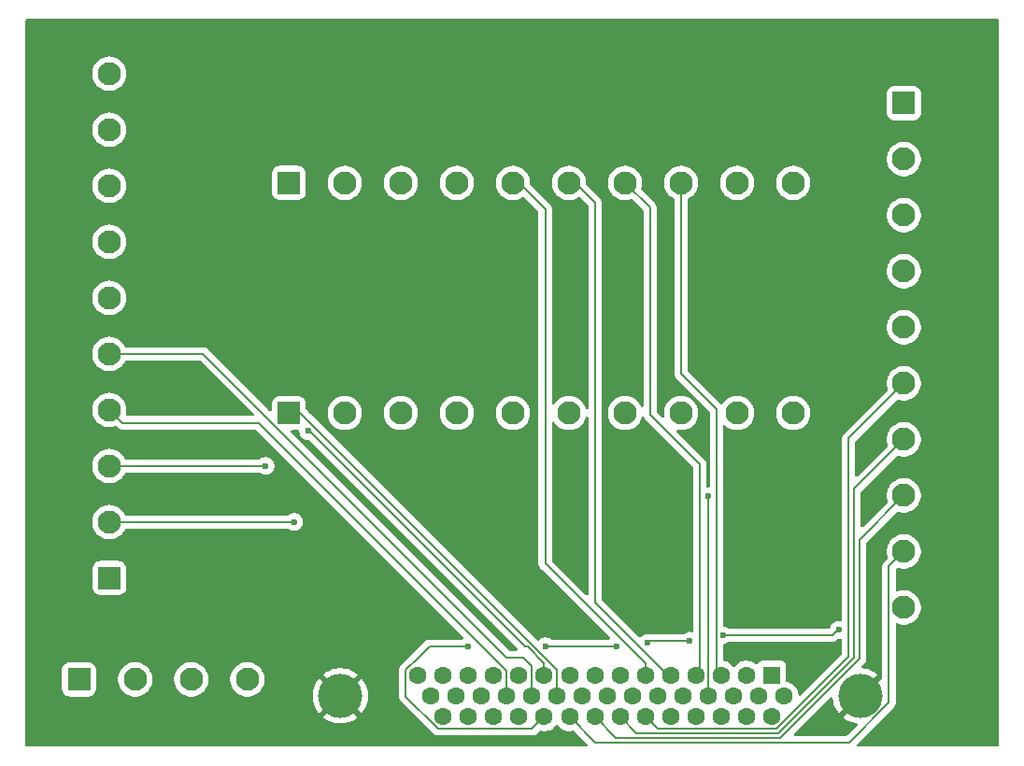
<source format=gbl>
G04 #@! TF.GenerationSoftware,KiCad,Pcbnew,9.0.4*
G04 #@! TF.CreationDate,2025-12-21T18:46:57-05:00*
G04 #@! TF.ProjectId,DB44_breakout,44423434-5f62-4726-9561-6b6f75742e6b,rev?*
G04 #@! TF.SameCoordinates,Original*
G04 #@! TF.FileFunction,Copper,L2,Bot*
G04 #@! TF.FilePolarity,Positive*
%FSLAX46Y46*%
G04 Gerber Fmt 4.6, Leading zero omitted, Abs format (unit mm)*
G04 Created by KiCad (PCBNEW 9.0.4) date 2025-12-21 18:46:57*
%MOMM*%
%LPD*%
G01*
G04 APERTURE LIST*
G04 Aperture macros list*
%AMRoundRect*
0 Rectangle with rounded corners*
0 $1 Rounding radius*
0 $2 $3 $4 $5 $6 $7 $8 $9 X,Y pos of 4 corners*
0 Add a 4 corners polygon primitive as box body*
4,1,4,$2,$3,$4,$5,$6,$7,$8,$9,$2,$3,0*
0 Add four circle primitives for the rounded corners*
1,1,$1+$1,$2,$3*
1,1,$1+$1,$4,$5*
1,1,$1+$1,$6,$7*
1,1,$1+$1,$8,$9*
0 Add four rect primitives between the rounded corners*
20,1,$1+$1,$2,$3,$4,$5,0*
20,1,$1+$1,$4,$5,$6,$7,0*
20,1,$1+$1,$6,$7,$8,$9,0*
20,1,$1+$1,$8,$9,$2,$3,0*%
G04 Aperture macros list end*
G04 #@! TA.AperFunction,ComponentPad*
%ADD10C,4.000000*%
G04 #@! TD*
G04 #@! TA.AperFunction,ComponentPad*
%ADD11R,1.600000X1.600000*%
G04 #@! TD*
G04 #@! TA.AperFunction,ComponentPad*
%ADD12C,1.600000*%
G04 #@! TD*
G04 #@! TA.AperFunction,ComponentPad*
%ADD13C,2.100000*%
G04 #@! TD*
G04 #@! TA.AperFunction,ComponentPad*
%ADD14RoundRect,0.250001X0.799999X-0.799999X0.799999X0.799999X-0.799999X0.799999X-0.799999X-0.799999X0*%
G04 #@! TD*
G04 #@! TA.AperFunction,ComponentPad*
%ADD15RoundRect,0.250001X-0.799999X-0.799999X0.799999X-0.799999X0.799999X0.799999X-0.799999X0.799999X0*%
G04 #@! TD*
G04 #@! TA.AperFunction,ComponentPad*
%ADD16RoundRect,0.250001X-0.799999X0.799999X-0.799999X-0.799999X0.799999X-0.799999X0.799999X0.799999X0*%
G04 #@! TD*
G04 #@! TA.AperFunction,ViaPad*
%ADD17C,0.450000*%
G04 #@! TD*
G04 #@! TA.AperFunction,ViaPad*
%ADD18C,0.600000*%
G04 #@! TD*
G04 #@! TA.AperFunction,Conductor*
%ADD19C,0.200000*%
G04 #@! TD*
G04 APERTURE END LIST*
D10*
X120940000Y-106990000D03*
X168040000Y-106990000D03*
D11*
X160015000Y-105100000D03*
D12*
X157725000Y-105100000D03*
X155435000Y-105100000D03*
X153145000Y-105100000D03*
X150855000Y-105100000D03*
X148565000Y-105100000D03*
X146275000Y-105100000D03*
X143985000Y-105100000D03*
X141695000Y-105100000D03*
X139405000Y-105100000D03*
X137115000Y-105100000D03*
X134825000Y-105100000D03*
X132535000Y-105100000D03*
X130245000Y-105100000D03*
X127955000Y-105100000D03*
X161160000Y-107000000D03*
X158870000Y-107000000D03*
X156580000Y-107000000D03*
X154290000Y-107000000D03*
X152000000Y-107000000D03*
X149710000Y-107000000D03*
X147420000Y-107000000D03*
X145130000Y-107000000D03*
X142840000Y-107000000D03*
X140550000Y-107000000D03*
X138260000Y-107000000D03*
X135970000Y-107000000D03*
X133680000Y-107000000D03*
X131390000Y-107000000D03*
X129100000Y-107000000D03*
X160015000Y-108900000D03*
X157725000Y-108900000D03*
X155435000Y-108900000D03*
X153145000Y-108900000D03*
X150855000Y-108900000D03*
X148565000Y-108900000D03*
X146275000Y-108900000D03*
X143985000Y-108900000D03*
X141695000Y-108900000D03*
X139405000Y-108900000D03*
X137115000Y-108900000D03*
X134825000Y-108900000D03*
X132535000Y-108900000D03*
X130245000Y-108900000D03*
D13*
X100000000Y-50600000D03*
X100000000Y-55680000D03*
X100000000Y-60760000D03*
X100000000Y-65840000D03*
X100000000Y-70920000D03*
X100000000Y-76000000D03*
X100000000Y-81080000D03*
X100000000Y-86160000D03*
X100000000Y-91240000D03*
D14*
X100000000Y-96320000D03*
D15*
X97260000Y-105500000D03*
D13*
X102340000Y-105500000D03*
X107420000Y-105500000D03*
X112500000Y-105500000D03*
D15*
X116260000Y-60500000D03*
D13*
X121340000Y-60500000D03*
X126420000Y-60500000D03*
X131500000Y-60500000D03*
X136580000Y-60500000D03*
X141660000Y-60500000D03*
X146740000Y-60500000D03*
X151820000Y-60500000D03*
X156900000Y-60500000D03*
X161980000Y-60500000D03*
D16*
X172000000Y-53270000D03*
D13*
X172000000Y-58350000D03*
X172000000Y-63430000D03*
X172000000Y-68510000D03*
X172000000Y-73590000D03*
X172000000Y-78670000D03*
X172000000Y-83750000D03*
X172000000Y-88830000D03*
X172000000Y-93910000D03*
X172000000Y-98990000D03*
D15*
X116260000Y-81360000D03*
D13*
X121340000Y-81360000D03*
X126420000Y-81360000D03*
X131500000Y-81360000D03*
X136580000Y-81360000D03*
X141660000Y-81360000D03*
X146740000Y-81360000D03*
X151820000Y-81360000D03*
X156900000Y-81360000D03*
X161980000Y-81360000D03*
D17*
X140000000Y-111000000D03*
D18*
X170500000Y-109500000D03*
X118000000Y-105000000D03*
D17*
X106000000Y-74000000D03*
X112500000Y-84500000D03*
D18*
X116750000Y-91240000D03*
D17*
X119000000Y-92500000D03*
X126500000Y-92500000D03*
X134500000Y-100500000D03*
X175000000Y-109000000D03*
X175000000Y-104643617D03*
X115000000Y-102500000D03*
X125500000Y-108000000D03*
X107000000Y-102474204D03*
X100000000Y-102500000D03*
X119000000Y-96500000D03*
X175500000Y-80500000D03*
X175500000Y-98500000D03*
X175500000Y-90000000D03*
X175500000Y-72500000D03*
X175500000Y-64000000D03*
X175500000Y-54500000D03*
X97000000Y-87820000D03*
X97000000Y-96320000D03*
X97000000Y-78320000D03*
X97000000Y-61820000D03*
X97000000Y-52320000D03*
X97000000Y-70320000D03*
X162500000Y-95000000D03*
X150000000Y-87500000D03*
X147000000Y-89500000D03*
X146000000Y-95500000D03*
X141500000Y-91000000D03*
X135000000Y-88000000D03*
X150000000Y-69000000D03*
X158000000Y-69000000D03*
X146500000Y-69000000D03*
X116000000Y-69000000D03*
X161500000Y-69000000D03*
X153500000Y-69061962D03*
X142000000Y-69000000D03*
X121500000Y-68894284D03*
X110500000Y-68782498D03*
X127500000Y-69000000D03*
X135500000Y-69000000D03*
X145000000Y-51500000D03*
X154500000Y-51500000D03*
X162500000Y-51500000D03*
X110500000Y-51500000D03*
X136500000Y-51500000D03*
X119000000Y-51500000D03*
X128500000Y-51500000D03*
D18*
X166100000Y-101000000D03*
X155600000Y-101500000D03*
X152600000Y-102000000D03*
X154290000Y-88910000D03*
X148801765Y-102198235D03*
X146000000Y-102500000D03*
X139500000Y-102500000D03*
X118000000Y-83000000D03*
X132500000Y-102500000D03*
X114160000Y-86160000D03*
D19*
X118000000Y-83000000D02*
X118114602Y-83000000D01*
X118114602Y-83000000D02*
X137666100Y-102551498D01*
X137666100Y-102551498D02*
X137934398Y-102551498D01*
X137934398Y-102551498D02*
X139405000Y-104022100D01*
X139405000Y-104022100D02*
X139405000Y-105100000D01*
X139405000Y-105100000D02*
X139100000Y-105100000D01*
X136580000Y-60500000D02*
X137140000Y-60500000D01*
X137140000Y-60500000D02*
X139500000Y-62860000D01*
X139500000Y-62860000D02*
X139500000Y-95000000D01*
X139500000Y-95000000D02*
X148565000Y-104065000D01*
X148565000Y-104065000D02*
X148565000Y-105100000D01*
X141660000Y-60500000D02*
X142220000Y-60500000D01*
X144000000Y-98500000D02*
X150600000Y-105100000D01*
X142220000Y-60500000D02*
X144000000Y-62280000D01*
X144000000Y-62280000D02*
X144000000Y-98500000D01*
X150600000Y-105100000D02*
X150855000Y-105100000D01*
X146740000Y-60500000D02*
X149000000Y-62760000D01*
X149000000Y-62760000D02*
X149000000Y-81500000D01*
X149000000Y-81500000D02*
X153500000Y-86000000D01*
X153500000Y-86000000D02*
X153500000Y-104745000D01*
X153500000Y-104745000D02*
X153145000Y-105100000D01*
X151820000Y-60500000D02*
X151820000Y-77820000D01*
X151820000Y-77820000D02*
X155000000Y-81000000D01*
X155000000Y-81000000D02*
X155000000Y-104665000D01*
X155000000Y-104665000D02*
X155435000Y-105100000D01*
X146740000Y-60740000D02*
X147000000Y-61000000D01*
X148565000Y-108900000D02*
X149666000Y-110001000D01*
X149666000Y-110001000D02*
X160471050Y-110001000D01*
X167000000Y-103472050D02*
X167000000Y-83670000D01*
X160471050Y-110001000D02*
X167000000Y-103472050D01*
X167000000Y-83670000D02*
X172000000Y-78670000D01*
X146275000Y-108900000D02*
X147777000Y-110402000D01*
X147777000Y-110402000D02*
X160637150Y-110402000D01*
X160637150Y-110402000D02*
X167500000Y-103539150D01*
X167500000Y-88250000D02*
X172000000Y-83750000D01*
X167500000Y-103539150D02*
X167500000Y-88250000D01*
X143985000Y-108900000D02*
X145888000Y-110803000D01*
X145888000Y-110803000D02*
X160803250Y-110803000D01*
X168000000Y-103606250D02*
X168000000Y-92830000D01*
X168000000Y-92830000D02*
X172000000Y-88830000D01*
X160803250Y-110803000D02*
X168000000Y-103606250D01*
X141695000Y-108900000D02*
X143999000Y-111204000D01*
X170649000Y-107635106D02*
X170649000Y-95261000D01*
X143999000Y-111204000D02*
X167080106Y-111204000D01*
X167080106Y-111204000D02*
X170649000Y-107635106D01*
X170649000Y-95261000D02*
X172000000Y-93910000D01*
X165500000Y-101500000D02*
X166000000Y-101000000D01*
X160000000Y-101500000D02*
X165500000Y-101500000D01*
X139500000Y-102500000D02*
X146000000Y-102500000D01*
X155600000Y-101500000D02*
X160000000Y-101500000D01*
X148801765Y-102198235D02*
X149000000Y-102000000D01*
X149000000Y-102000000D02*
X152600000Y-102000000D01*
X154290000Y-107000000D02*
X154290000Y-88910000D01*
X116260000Y-81360000D02*
X117310000Y-81360000D01*
X117310000Y-81360000D02*
X140550000Y-104600000D01*
X140550000Y-104600000D02*
X140550000Y-107000000D01*
X100000000Y-76000000D02*
X100010000Y-75990000D01*
X100010000Y-75990000D02*
X108500000Y-75990000D01*
X108500000Y-75990000D02*
X136010000Y-103500000D01*
X136010000Y-103500000D02*
X137500000Y-103500000D01*
X137500000Y-103500000D02*
X138260000Y-104260000D01*
X138260000Y-104260000D02*
X138260000Y-107000000D01*
X128997950Y-102500000D02*
X132500000Y-102500000D01*
X127997950Y-103500000D02*
X128997950Y-102500000D01*
X114160000Y-86160000D02*
X100000000Y-86160000D01*
X126854000Y-104643950D02*
X126854000Y-107066050D01*
X138304000Y-110001000D02*
X139405000Y-108900000D01*
X127997950Y-103500000D02*
X126854000Y-104643950D01*
X126854000Y-107066050D02*
X129788950Y-110001000D01*
X129788950Y-110001000D02*
X138304000Y-110001000D01*
X135970000Y-107000000D02*
X135970000Y-104687950D01*
X101160000Y-82240000D02*
X100000000Y-81080000D01*
X113522050Y-82240000D02*
X101160000Y-82240000D01*
X135970000Y-104687950D02*
X113522050Y-82240000D01*
X116750000Y-91240000D02*
X100000000Y-91240000D01*
G04 #@! TA.AperFunction,Conductor*
G36*
X180542539Y-45670185D02*
G01*
X180588294Y-45722989D01*
X180599500Y-45774500D01*
X180599500Y-111475500D01*
X180579815Y-111542539D01*
X180527011Y-111588294D01*
X180475500Y-111599500D01*
X167833202Y-111599500D01*
X167766163Y-111579815D01*
X167720408Y-111527011D01*
X167710464Y-111457853D01*
X167739489Y-111394297D01*
X167745521Y-111387819D01*
X169241374Y-109891966D01*
X171007506Y-108125834D01*
X171007511Y-108125830D01*
X171017714Y-108115626D01*
X171017716Y-108115626D01*
X171129520Y-108003822D01*
X171133146Y-107997541D01*
X171197178Y-107886635D01*
X171197179Y-107886632D01*
X171208577Y-107866891D01*
X171249500Y-107714164D01*
X171249500Y-107556049D01*
X171249500Y-100547110D01*
X171269185Y-100480071D01*
X171321989Y-100434316D01*
X171391147Y-100424372D01*
X171411813Y-100429177D01*
X171636924Y-100502321D01*
X171877973Y-100540500D01*
X171877974Y-100540500D01*
X172122026Y-100540500D01*
X172122027Y-100540500D01*
X172363076Y-100502321D01*
X172595185Y-100426904D01*
X172812639Y-100316106D01*
X173010083Y-100172655D01*
X173182655Y-100000083D01*
X173326106Y-99802639D01*
X173436904Y-99585185D01*
X173512321Y-99353076D01*
X173550500Y-99112027D01*
X173550500Y-98867973D01*
X173512321Y-98626924D01*
X173436904Y-98394815D01*
X173326106Y-98177361D01*
X173233766Y-98050265D01*
X173182660Y-97979923D01*
X173182656Y-97979918D01*
X173010081Y-97807343D01*
X173010076Y-97807339D01*
X172812642Y-97663896D01*
X172812641Y-97663895D01*
X172812639Y-97663894D01*
X172595185Y-97553096D01*
X172363076Y-97477679D01*
X172363074Y-97477678D01*
X172363072Y-97477678D01*
X172194769Y-97451021D01*
X172122027Y-97439500D01*
X171877973Y-97439500D01*
X171822093Y-97448350D01*
X171636927Y-97477678D01*
X171636922Y-97477679D01*
X171411817Y-97550819D01*
X171341976Y-97552814D01*
X171282144Y-97516733D01*
X171251316Y-97454032D01*
X171249500Y-97432888D01*
X171249500Y-95561097D01*
X171258143Y-95531660D01*
X171264667Y-95501671D01*
X171268422Y-95496653D01*
X171269185Y-95494058D01*
X171285814Y-95473419D01*
X171356757Y-95402476D01*
X171418078Y-95368993D01*
X171482753Y-95372227D01*
X171636924Y-95422321D01*
X171877973Y-95460500D01*
X171877974Y-95460500D01*
X172122026Y-95460500D01*
X172122027Y-95460500D01*
X172363076Y-95422321D01*
X172595185Y-95346904D01*
X172812639Y-95236106D01*
X173010083Y-95092655D01*
X173182655Y-94920083D01*
X173326106Y-94722639D01*
X173436904Y-94505185D01*
X173512321Y-94273076D01*
X173550500Y-94032027D01*
X173550500Y-93787973D01*
X173512321Y-93546924D01*
X173436904Y-93314815D01*
X173326106Y-93097361D01*
X173286186Y-93042415D01*
X173182660Y-92899923D01*
X173182656Y-92899918D01*
X173010081Y-92727343D01*
X173010076Y-92727339D01*
X172812642Y-92583896D01*
X172812641Y-92583895D01*
X172812639Y-92583894D01*
X172595185Y-92473096D01*
X172363076Y-92397679D01*
X172363074Y-92397678D01*
X172363072Y-92397678D01*
X172194769Y-92371021D01*
X172122027Y-92359500D01*
X171877973Y-92359500D01*
X171822093Y-92368350D01*
X171636927Y-92397678D01*
X171404812Y-92473097D01*
X171187357Y-92583896D01*
X170989923Y-92727339D01*
X170989918Y-92727343D01*
X170817343Y-92899918D01*
X170817339Y-92899923D01*
X170673896Y-93097357D01*
X170563097Y-93314812D01*
X170487678Y-93546927D01*
X170449500Y-93787973D01*
X170449500Y-94032026D01*
X170487679Y-94273077D01*
X170537770Y-94427244D01*
X170539765Y-94497086D01*
X170507520Y-94553243D01*
X170280286Y-94780478D01*
X170168481Y-94892282D01*
X170168479Y-94892284D01*
X170152430Y-94920083D01*
X170129096Y-94960500D01*
X170089423Y-95029215D01*
X170048499Y-95181943D01*
X170048499Y-95181945D01*
X170048499Y-95350046D01*
X170048500Y-95350059D01*
X170048500Y-105283690D01*
X170028815Y-105350729D01*
X170012181Y-105371371D01*
X169334251Y-106049301D01*
X169260412Y-105947670D01*
X169082330Y-105769588D01*
X168980697Y-105695747D01*
X169622257Y-105054187D01*
X169488956Y-104947884D01*
X169251200Y-104798492D01*
X168998217Y-104676662D01*
X168733180Y-104583922D01*
X168733178Y-104583921D01*
X168459424Y-104521439D01*
X168459412Y-104521437D01*
X168243115Y-104497066D01*
X168178701Y-104469999D01*
X168139146Y-104412404D01*
X168137009Y-104342568D01*
X168169316Y-104286167D01*
X168358506Y-104096977D01*
X168358511Y-104096974D01*
X168368714Y-104086770D01*
X168368716Y-104086770D01*
X168480520Y-103974966D01*
X168559577Y-103838034D01*
X168600500Y-103685307D01*
X168600500Y-93130096D01*
X168620185Y-93063057D01*
X168636814Y-93042420D01*
X171356757Y-90322476D01*
X171418078Y-90288993D01*
X171482753Y-90292227D01*
X171636924Y-90342321D01*
X171877973Y-90380500D01*
X171877974Y-90380500D01*
X172122026Y-90380500D01*
X172122027Y-90380500D01*
X172363076Y-90342321D01*
X172595185Y-90266904D01*
X172812639Y-90156106D01*
X173010083Y-90012655D01*
X173182655Y-89840083D01*
X173326106Y-89642639D01*
X173436904Y-89425185D01*
X173512321Y-89193076D01*
X173550500Y-88952027D01*
X173550500Y-88707973D01*
X173512321Y-88466924D01*
X173436904Y-88234815D01*
X173326106Y-88017361D01*
X173302958Y-87985500D01*
X173182660Y-87819923D01*
X173182656Y-87819918D01*
X173010081Y-87647343D01*
X173010076Y-87647339D01*
X172812642Y-87503896D01*
X172812641Y-87503895D01*
X172812639Y-87503894D01*
X172595185Y-87393096D01*
X172363076Y-87317679D01*
X172363074Y-87317678D01*
X172363072Y-87317678D01*
X172194769Y-87291021D01*
X172122027Y-87279500D01*
X171877973Y-87279500D01*
X171822093Y-87288350D01*
X171636927Y-87317678D01*
X171404812Y-87393097D01*
X171187357Y-87503896D01*
X170989923Y-87647339D01*
X170989918Y-87647343D01*
X170817343Y-87819918D01*
X170817339Y-87819923D01*
X170673896Y-88017357D01*
X170563097Y-88234812D01*
X170487678Y-88466927D01*
X170449500Y-88707973D01*
X170449500Y-88952026D01*
X170487679Y-89193077D01*
X170537770Y-89347244D01*
X170539765Y-89417086D01*
X170507520Y-89473243D01*
X168312181Y-91668583D01*
X168250858Y-91702068D01*
X168181166Y-91697084D01*
X168125233Y-91655212D01*
X168100816Y-91589748D01*
X168100500Y-91580902D01*
X168100500Y-88550096D01*
X168120185Y-88483057D01*
X168136814Y-88462420D01*
X171356757Y-85242476D01*
X171418078Y-85208993D01*
X171482753Y-85212227D01*
X171636924Y-85262321D01*
X171877973Y-85300500D01*
X171877974Y-85300500D01*
X172122026Y-85300500D01*
X172122027Y-85300500D01*
X172363076Y-85262321D01*
X172595185Y-85186904D01*
X172812639Y-85076106D01*
X173010083Y-84932655D01*
X173182655Y-84760083D01*
X173326106Y-84562639D01*
X173436904Y-84345185D01*
X173512321Y-84113076D01*
X173550500Y-83872027D01*
X173550500Y-83627973D01*
X173512321Y-83386924D01*
X173436904Y-83154815D01*
X173326106Y-82937361D01*
X173270035Y-82860185D01*
X173182660Y-82739923D01*
X173182656Y-82739918D01*
X173010081Y-82567343D01*
X173010076Y-82567339D01*
X172812642Y-82423896D01*
X172812641Y-82423895D01*
X172812639Y-82423894D01*
X172595185Y-82313096D01*
X172363076Y-82237679D01*
X172363074Y-82237678D01*
X172363072Y-82237678D01*
X172183642Y-82209259D01*
X172122027Y-82199500D01*
X171877973Y-82199500D01*
X171822093Y-82208350D01*
X171636927Y-82237678D01*
X171404812Y-82313097D01*
X171187357Y-82423896D01*
X170989923Y-82567339D01*
X170989918Y-82567343D01*
X170817343Y-82739918D01*
X170817339Y-82739923D01*
X170673896Y-82937357D01*
X170563097Y-83154812D01*
X170487678Y-83386927D01*
X170449500Y-83627973D01*
X170449500Y-83872026D01*
X170487679Y-84113077D01*
X170537770Y-84267244D01*
X170539765Y-84337086D01*
X170507520Y-84393243D01*
X167812181Y-87088583D01*
X167750858Y-87122068D01*
X167681166Y-87117084D01*
X167625233Y-87075212D01*
X167600816Y-87009748D01*
X167600500Y-87000902D01*
X167600500Y-83970096D01*
X167620185Y-83903057D01*
X167636814Y-83882420D01*
X171356757Y-80162476D01*
X171418078Y-80128993D01*
X171482753Y-80132227D01*
X171636924Y-80182321D01*
X171877973Y-80220500D01*
X171877974Y-80220500D01*
X172122026Y-80220500D01*
X172122027Y-80220500D01*
X172363076Y-80182321D01*
X172595185Y-80106904D01*
X172812639Y-79996106D01*
X173010083Y-79852655D01*
X173182655Y-79680083D01*
X173326106Y-79482639D01*
X173436904Y-79265185D01*
X173512321Y-79033076D01*
X173550500Y-78792027D01*
X173550500Y-78547973D01*
X173512321Y-78306924D01*
X173436904Y-78074815D01*
X173326106Y-77857361D01*
X173236006Y-77733348D01*
X173182660Y-77659923D01*
X173182656Y-77659918D01*
X173010081Y-77487343D01*
X173010076Y-77487339D01*
X172812642Y-77343896D01*
X172812641Y-77343895D01*
X172812639Y-77343894D01*
X172595185Y-77233096D01*
X172363076Y-77157679D01*
X172363074Y-77157678D01*
X172363072Y-77157678D01*
X172194769Y-77131021D01*
X172122027Y-77119500D01*
X171877973Y-77119500D01*
X171822093Y-77128350D01*
X171636927Y-77157678D01*
X171404812Y-77233097D01*
X171187357Y-77343896D01*
X170989923Y-77487339D01*
X170989918Y-77487343D01*
X170817343Y-77659918D01*
X170817339Y-77659923D01*
X170673896Y-77857357D01*
X170563097Y-78074812D01*
X170487678Y-78306927D01*
X170449500Y-78547973D01*
X170449500Y-78792026D01*
X170487679Y-79033077D01*
X170537770Y-79187244D01*
X170539765Y-79257086D01*
X170507520Y-79313243D01*
X166631286Y-83189478D01*
X166519481Y-83301282D01*
X166519477Y-83301287D01*
X166474508Y-83379178D01*
X166474508Y-83379179D01*
X166440423Y-83438214D01*
X166440423Y-83438215D01*
X166399499Y-83590943D01*
X166399499Y-83590945D01*
X166399499Y-83759046D01*
X166399500Y-83759059D01*
X166399500Y-100092297D01*
X166379815Y-100159336D01*
X166327011Y-100205091D01*
X166257853Y-100215035D01*
X166251309Y-100213914D01*
X166178845Y-100199500D01*
X166178842Y-100199500D01*
X166021158Y-100199500D01*
X166021155Y-100199500D01*
X165866510Y-100230261D01*
X165866498Y-100230264D01*
X165720827Y-100290602D01*
X165720814Y-100290609D01*
X165589711Y-100378210D01*
X165589707Y-100378213D01*
X165478213Y-100489707D01*
X165478210Y-100489711D01*
X165390609Y-100620814D01*
X165390602Y-100620827D01*
X165330263Y-100766500D01*
X165330262Y-100766505D01*
X165324192Y-100797019D01*
X165315431Y-100813765D01*
X165311418Y-100832232D01*
X165292650Y-100857312D01*
X165291805Y-100858929D01*
X165290273Y-100860490D01*
X165287599Y-100863165D01*
X165226282Y-100896661D01*
X165199901Y-100899500D01*
X156179766Y-100899500D01*
X156112727Y-100879815D01*
X156110875Y-100878602D01*
X155979185Y-100790609D01*
X155979172Y-100790602D01*
X155833501Y-100730264D01*
X155833491Y-100730261D01*
X155700308Y-100703769D01*
X155638397Y-100671384D01*
X155603823Y-100610668D01*
X155600500Y-100582152D01*
X155600500Y-82552600D01*
X155620185Y-82485561D01*
X155672989Y-82439806D01*
X155742147Y-82429862D01*
X155805703Y-82458887D01*
X155812181Y-82464919D01*
X155889918Y-82542656D01*
X155889923Y-82542660D01*
X156062136Y-82667779D01*
X156087361Y-82686106D01*
X156304815Y-82796904D01*
X156536924Y-82872321D01*
X156777973Y-82910500D01*
X156777974Y-82910500D01*
X157022026Y-82910500D01*
X157022027Y-82910500D01*
X157263076Y-82872321D01*
X157495185Y-82796904D01*
X157712639Y-82686106D01*
X157910083Y-82542655D01*
X158082655Y-82370083D01*
X158226106Y-82172639D01*
X158336904Y-81955185D01*
X158412321Y-81723076D01*
X158450500Y-81482027D01*
X158450500Y-81237973D01*
X160429500Y-81237973D01*
X160429500Y-81482026D01*
X160465938Y-81712088D01*
X160467679Y-81723076D01*
X160543096Y-81955185D01*
X160653893Y-82172638D01*
X160653896Y-82172642D01*
X160797339Y-82370076D01*
X160797343Y-82370081D01*
X160969918Y-82542656D01*
X160969923Y-82542660D01*
X161142136Y-82667779D01*
X161167361Y-82686106D01*
X161384815Y-82796904D01*
X161616924Y-82872321D01*
X161857973Y-82910500D01*
X161857974Y-82910500D01*
X162102026Y-82910500D01*
X162102027Y-82910500D01*
X162343076Y-82872321D01*
X162575185Y-82796904D01*
X162792639Y-82686106D01*
X162990083Y-82542655D01*
X163162655Y-82370083D01*
X163306106Y-82172639D01*
X163416904Y-81955185D01*
X163492321Y-81723076D01*
X163530500Y-81482027D01*
X163530500Y-81237973D01*
X163492321Y-80996924D01*
X163416904Y-80764815D01*
X163306106Y-80547361D01*
X163260662Y-80484812D01*
X163162660Y-80349923D01*
X163162656Y-80349918D01*
X162990081Y-80177343D01*
X162990076Y-80177339D01*
X162792642Y-80033896D01*
X162792641Y-80033895D01*
X162792639Y-80033894D01*
X162575185Y-79923096D01*
X162343076Y-79847679D01*
X162343074Y-79847678D01*
X162343072Y-79847678D01*
X162168320Y-79820000D01*
X162102027Y-79809500D01*
X161857973Y-79809500D01*
X161802093Y-79818350D01*
X161616927Y-79847678D01*
X161384812Y-79923097D01*
X161167357Y-80033896D01*
X160969923Y-80177339D01*
X160969918Y-80177343D01*
X160797343Y-80349918D01*
X160797339Y-80349923D01*
X160653896Y-80547357D01*
X160543097Y-80764812D01*
X160467678Y-80996927D01*
X160429500Y-81237973D01*
X158450500Y-81237973D01*
X158412321Y-80996924D01*
X158336904Y-80764815D01*
X158226106Y-80547361D01*
X158180662Y-80484812D01*
X158082660Y-80349923D01*
X158082656Y-80349918D01*
X157910081Y-80177343D01*
X157910076Y-80177339D01*
X157712642Y-80033896D01*
X157712641Y-80033895D01*
X157712639Y-80033894D01*
X157495185Y-79923096D01*
X157263076Y-79847679D01*
X157263074Y-79847678D01*
X157263072Y-79847678D01*
X157088320Y-79820000D01*
X157022027Y-79809500D01*
X156777973Y-79809500D01*
X156722093Y-79818350D01*
X156536927Y-79847678D01*
X156304812Y-79923097D01*
X156087357Y-80033896D01*
X155889923Y-80177339D01*
X155889918Y-80177343D01*
X155717343Y-80349918D01*
X155584623Y-80532592D01*
X155569820Y-80544006D01*
X155558619Y-80558971D01*
X155542724Y-80564899D01*
X155529293Y-80575257D01*
X155510670Y-80576856D01*
X155493155Y-80583390D01*
X155476578Y-80579784D01*
X155459680Y-80581236D01*
X155443148Y-80572513D01*
X155424882Y-80568540D01*
X155399238Y-80549344D01*
X155397885Y-80548630D01*
X155396626Y-80547390D01*
X155393242Y-80544006D01*
X155368716Y-80519480D01*
X155368713Y-80519478D01*
X152456819Y-77607584D01*
X152423334Y-77546261D01*
X152420500Y-77519903D01*
X152420500Y-73467973D01*
X170449500Y-73467973D01*
X170449500Y-73712026D01*
X170487678Y-73953072D01*
X170563097Y-74185187D01*
X170673896Y-74402642D01*
X170817339Y-74600076D01*
X170817343Y-74600081D01*
X170989918Y-74772656D01*
X170989923Y-74772660D01*
X171162136Y-74897779D01*
X171187361Y-74916106D01*
X171404815Y-75026904D01*
X171636924Y-75102321D01*
X171877973Y-75140500D01*
X171877974Y-75140500D01*
X172122026Y-75140500D01*
X172122027Y-75140500D01*
X172363076Y-75102321D01*
X172595185Y-75026904D01*
X172812639Y-74916106D01*
X173010083Y-74772655D01*
X173182655Y-74600083D01*
X173326106Y-74402639D01*
X173436904Y-74185185D01*
X173512321Y-73953076D01*
X173550500Y-73712027D01*
X173550500Y-73467973D01*
X173512321Y-73226924D01*
X173436904Y-72994815D01*
X173326106Y-72777361D01*
X173307779Y-72752136D01*
X173182660Y-72579923D01*
X173182656Y-72579918D01*
X173010081Y-72407343D01*
X173010076Y-72407339D01*
X172812642Y-72263896D01*
X172812641Y-72263895D01*
X172812639Y-72263894D01*
X172595185Y-72153096D01*
X172363076Y-72077679D01*
X172363074Y-72077678D01*
X172363072Y-72077678D01*
X172194769Y-72051021D01*
X172122027Y-72039500D01*
X171877973Y-72039500D01*
X171822093Y-72048350D01*
X171636927Y-72077678D01*
X171404812Y-72153097D01*
X171187357Y-72263896D01*
X170989923Y-72407339D01*
X170989918Y-72407343D01*
X170817343Y-72579918D01*
X170817339Y-72579923D01*
X170673896Y-72777357D01*
X170563097Y-72994812D01*
X170487678Y-73226927D01*
X170449500Y-73467973D01*
X152420500Y-73467973D01*
X152420500Y-68387973D01*
X170449500Y-68387973D01*
X170449500Y-68632026D01*
X170487678Y-68873072D01*
X170563097Y-69105187D01*
X170673896Y-69322642D01*
X170817339Y-69520076D01*
X170817343Y-69520081D01*
X170989918Y-69692656D01*
X170989923Y-69692660D01*
X171162136Y-69817779D01*
X171187361Y-69836106D01*
X171404815Y-69946904D01*
X171636924Y-70022321D01*
X171877973Y-70060500D01*
X171877974Y-70060500D01*
X172122026Y-70060500D01*
X172122027Y-70060500D01*
X172363076Y-70022321D01*
X172595185Y-69946904D01*
X172812639Y-69836106D01*
X173010083Y-69692655D01*
X173182655Y-69520083D01*
X173326106Y-69322639D01*
X173436904Y-69105185D01*
X173512321Y-68873076D01*
X173550500Y-68632027D01*
X173550500Y-68387973D01*
X173512321Y-68146924D01*
X173436904Y-67914815D01*
X173326106Y-67697361D01*
X173307779Y-67672136D01*
X173182660Y-67499923D01*
X173182656Y-67499918D01*
X173010081Y-67327343D01*
X173010076Y-67327339D01*
X172812642Y-67183896D01*
X172812641Y-67183895D01*
X172812639Y-67183894D01*
X172595185Y-67073096D01*
X172363076Y-66997679D01*
X172363074Y-66997678D01*
X172363072Y-66997678D01*
X172194769Y-66971021D01*
X172122027Y-66959500D01*
X171877973Y-66959500D01*
X171822093Y-66968350D01*
X171636927Y-66997678D01*
X171404812Y-67073097D01*
X171187357Y-67183896D01*
X170989923Y-67327339D01*
X170989918Y-67327343D01*
X170817343Y-67499918D01*
X170817339Y-67499923D01*
X170673896Y-67697357D01*
X170563097Y-67914812D01*
X170487678Y-68146927D01*
X170449500Y-68387973D01*
X152420500Y-68387973D01*
X152420500Y-63307973D01*
X170449500Y-63307973D01*
X170449500Y-63552026D01*
X170487678Y-63793072D01*
X170563097Y-64025187D01*
X170673896Y-64242642D01*
X170817339Y-64440076D01*
X170817343Y-64440081D01*
X170989918Y-64612656D01*
X170989923Y-64612660D01*
X171162136Y-64737779D01*
X171187361Y-64756106D01*
X171404815Y-64866904D01*
X171636924Y-64942321D01*
X171877973Y-64980500D01*
X171877974Y-64980500D01*
X172122026Y-64980500D01*
X172122027Y-64980500D01*
X172363076Y-64942321D01*
X172595185Y-64866904D01*
X172812639Y-64756106D01*
X173010083Y-64612655D01*
X173182655Y-64440083D01*
X173326106Y-64242639D01*
X173436904Y-64025185D01*
X173512321Y-63793076D01*
X173550500Y-63552027D01*
X173550500Y-63307973D01*
X173512321Y-63066924D01*
X173436904Y-62834815D01*
X173326106Y-62617361D01*
X173297578Y-62578095D01*
X173182660Y-62419923D01*
X173182656Y-62419918D01*
X173010081Y-62247343D01*
X173010076Y-62247339D01*
X172812642Y-62103896D01*
X172812641Y-62103895D01*
X172812639Y-62103894D01*
X172595185Y-61993096D01*
X172363076Y-61917679D01*
X172363074Y-61917678D01*
X172363072Y-61917678D01*
X172194769Y-61891021D01*
X172122027Y-61879500D01*
X171877973Y-61879500D01*
X171822093Y-61888350D01*
X171636927Y-61917678D01*
X171636924Y-61917679D01*
X171430311Y-61984812D01*
X171404812Y-61993097D01*
X171187357Y-62103896D01*
X170989923Y-62247339D01*
X170989918Y-62247343D01*
X170817343Y-62419918D01*
X170817339Y-62419923D01*
X170673896Y-62617357D01*
X170563097Y-62834812D01*
X170487678Y-63066927D01*
X170449500Y-63307973D01*
X152420500Y-63307973D01*
X152420500Y-62010182D01*
X152440185Y-61943143D01*
X152488204Y-61899698D01*
X152632639Y-61826106D01*
X152830083Y-61682655D01*
X153002655Y-61510083D01*
X153146106Y-61312639D01*
X153256904Y-61095185D01*
X153332321Y-60863076D01*
X153370500Y-60622027D01*
X153370500Y-60377973D01*
X155349500Y-60377973D01*
X155349500Y-60622027D01*
X155387679Y-60863076D01*
X155461252Y-61089511D01*
X155463097Y-61095187D01*
X155573896Y-61312642D01*
X155717339Y-61510076D01*
X155717343Y-61510081D01*
X155889918Y-61682656D01*
X155889923Y-61682660D01*
X156010849Y-61770517D01*
X156087361Y-61826106D01*
X156304815Y-61936904D01*
X156536924Y-62012321D01*
X156777973Y-62050500D01*
X156777974Y-62050500D01*
X157022026Y-62050500D01*
X157022027Y-62050500D01*
X157263076Y-62012321D01*
X157495185Y-61936904D01*
X157712639Y-61826106D01*
X157910083Y-61682655D01*
X158082655Y-61510083D01*
X158226106Y-61312639D01*
X158336904Y-61095185D01*
X158412321Y-60863076D01*
X158450500Y-60622027D01*
X158450500Y-60377973D01*
X160429500Y-60377973D01*
X160429500Y-60622027D01*
X160467679Y-60863076D01*
X160541252Y-61089511D01*
X160543097Y-61095187D01*
X160653896Y-61312642D01*
X160797339Y-61510076D01*
X160797343Y-61510081D01*
X160969918Y-61682656D01*
X160969923Y-61682660D01*
X161090849Y-61770517D01*
X161167361Y-61826106D01*
X161384815Y-61936904D01*
X161616924Y-62012321D01*
X161857973Y-62050500D01*
X161857974Y-62050500D01*
X162102026Y-62050500D01*
X162102027Y-62050500D01*
X162343076Y-62012321D01*
X162575185Y-61936904D01*
X162792639Y-61826106D01*
X162990083Y-61682655D01*
X163162655Y-61510083D01*
X163306106Y-61312639D01*
X163416904Y-61095185D01*
X163492321Y-60863076D01*
X163530500Y-60622027D01*
X163530500Y-60377973D01*
X163492321Y-60136924D01*
X163416904Y-59904815D01*
X163306106Y-59687361D01*
X163226171Y-59577339D01*
X163162660Y-59489923D01*
X163162656Y-59489918D01*
X162990081Y-59317343D01*
X162990076Y-59317339D01*
X162792642Y-59173896D01*
X162792641Y-59173895D01*
X162792639Y-59173894D01*
X162575185Y-59063096D01*
X162343076Y-58987679D01*
X162343074Y-58987678D01*
X162343072Y-58987678D01*
X162168320Y-58960000D01*
X162102027Y-58949500D01*
X161857973Y-58949500D01*
X161802093Y-58958350D01*
X161616927Y-58987678D01*
X161384812Y-59063097D01*
X161167357Y-59173896D01*
X160969923Y-59317339D01*
X160969918Y-59317343D01*
X160797343Y-59489918D01*
X160797339Y-59489923D01*
X160653896Y-59687357D01*
X160543097Y-59904812D01*
X160467678Y-60136927D01*
X160463261Y-60164815D01*
X160429500Y-60377973D01*
X158450500Y-60377973D01*
X158412321Y-60136924D01*
X158336904Y-59904815D01*
X158226106Y-59687361D01*
X158146171Y-59577339D01*
X158082660Y-59489923D01*
X158082656Y-59489918D01*
X157910081Y-59317343D01*
X157910076Y-59317339D01*
X157712642Y-59173896D01*
X157712641Y-59173895D01*
X157712639Y-59173894D01*
X157495185Y-59063096D01*
X157263076Y-58987679D01*
X157263074Y-58987678D01*
X157263072Y-58987678D01*
X157088320Y-58960000D01*
X157022027Y-58949500D01*
X156777973Y-58949500D01*
X156722093Y-58958350D01*
X156536927Y-58987678D01*
X156304812Y-59063097D01*
X156087357Y-59173896D01*
X155889923Y-59317339D01*
X155889918Y-59317343D01*
X155717343Y-59489918D01*
X155717339Y-59489923D01*
X155573896Y-59687357D01*
X155463097Y-59904812D01*
X155387678Y-60136927D01*
X155383261Y-60164815D01*
X155349500Y-60377973D01*
X153370500Y-60377973D01*
X153332321Y-60136924D01*
X153256904Y-59904815D01*
X153146106Y-59687361D01*
X153066171Y-59577339D01*
X153002660Y-59489923D01*
X153002656Y-59489918D01*
X152830081Y-59317343D01*
X152830076Y-59317339D01*
X152632642Y-59173896D01*
X152632641Y-59173895D01*
X152632639Y-59173894D01*
X152415185Y-59063096D01*
X152183076Y-58987679D01*
X152183074Y-58987678D01*
X152183072Y-58987678D01*
X152008320Y-58960000D01*
X151942027Y-58949500D01*
X151697973Y-58949500D01*
X151642093Y-58958350D01*
X151456927Y-58987678D01*
X151224812Y-59063097D01*
X151007357Y-59173896D01*
X150809923Y-59317339D01*
X150809918Y-59317343D01*
X150637343Y-59489918D01*
X150637339Y-59489923D01*
X150493896Y-59687357D01*
X150383097Y-59904812D01*
X150307678Y-60136927D01*
X150303261Y-60164815D01*
X150269500Y-60377973D01*
X150269500Y-60622027D01*
X150307679Y-60863076D01*
X150381252Y-61089511D01*
X150383097Y-61095187D01*
X150493896Y-61312642D01*
X150637339Y-61510076D01*
X150637343Y-61510081D01*
X150809918Y-61682656D01*
X150809923Y-61682660D01*
X150970713Y-61799480D01*
X151007361Y-61826106D01*
X151151795Y-61899697D01*
X151202590Y-61947671D01*
X151219500Y-62010182D01*
X151219500Y-77733330D01*
X151219499Y-77733348D01*
X151219499Y-77899054D01*
X151219498Y-77899054D01*
X151219499Y-77899057D01*
X151260423Y-78051785D01*
X151273720Y-78074815D01*
X151317560Y-78150749D01*
X151339479Y-78188715D01*
X151458349Y-78307585D01*
X151458355Y-78307590D01*
X154363181Y-81212416D01*
X154396666Y-81273739D01*
X154399500Y-81300097D01*
X154399500Y-87985500D01*
X154396949Y-87994185D01*
X154398238Y-88003147D01*
X154387259Y-88027187D01*
X154379815Y-88052539D01*
X154372974Y-88058466D01*
X154369213Y-88066703D01*
X154346978Y-88080992D01*
X154327011Y-88098294D01*
X154316496Y-88100581D01*
X154310435Y-88104477D01*
X154275500Y-88109500D01*
X154224500Y-88109500D01*
X154157461Y-88089815D01*
X154111706Y-88037011D01*
X154100500Y-87985500D01*
X154100500Y-86089059D01*
X154100501Y-86089046D01*
X154100501Y-85920945D01*
X154100501Y-85920943D01*
X154059577Y-85768215D01*
X154030639Y-85718095D01*
X153980520Y-85631284D01*
X153868716Y-85519480D01*
X153868715Y-85519479D01*
X153864385Y-85515149D01*
X153864374Y-85515139D01*
X151447116Y-83097881D01*
X151413631Y-83036558D01*
X151418615Y-82966866D01*
X151460487Y-82910933D01*
X151525951Y-82886516D01*
X151554191Y-82887726D01*
X151697973Y-82910500D01*
X151697974Y-82910500D01*
X151942026Y-82910500D01*
X151942027Y-82910500D01*
X152183076Y-82872321D01*
X152415185Y-82796904D01*
X152632639Y-82686106D01*
X152830083Y-82542655D01*
X153002655Y-82370083D01*
X153146106Y-82172639D01*
X153256904Y-81955185D01*
X153332321Y-81723076D01*
X153370500Y-81482027D01*
X153370500Y-81237973D01*
X153332321Y-80996924D01*
X153256904Y-80764815D01*
X153146106Y-80547361D01*
X153100662Y-80484812D01*
X153002660Y-80349923D01*
X153002656Y-80349918D01*
X152830081Y-80177343D01*
X152830076Y-80177339D01*
X152632642Y-80033896D01*
X152632641Y-80033895D01*
X152632639Y-80033894D01*
X152415185Y-79923096D01*
X152183076Y-79847679D01*
X152183074Y-79847678D01*
X152183072Y-79847678D01*
X152008320Y-79820000D01*
X151942027Y-79809500D01*
X151697973Y-79809500D01*
X151642093Y-79818350D01*
X151456927Y-79847678D01*
X151224812Y-79923097D01*
X151007357Y-80033896D01*
X150809923Y-80177339D01*
X150809918Y-80177343D01*
X150637343Y-80349918D01*
X150637339Y-80349923D01*
X150493896Y-80547357D01*
X150383097Y-80764812D01*
X150307678Y-80996927D01*
X150269500Y-81237973D01*
X150269500Y-81482026D01*
X150292272Y-81625804D01*
X150283317Y-81695098D01*
X150238321Y-81748550D01*
X150171570Y-81769189D01*
X150104256Y-81750464D01*
X150082118Y-81732883D01*
X149636819Y-81287584D01*
X149603334Y-81226261D01*
X149600500Y-81199903D01*
X149600500Y-62849060D01*
X149600501Y-62849047D01*
X149600501Y-62680944D01*
X149583464Y-62617361D01*
X149559577Y-62528216D01*
X149538255Y-62491285D01*
X149480524Y-62391290D01*
X149480518Y-62391282D01*
X148232478Y-61143242D01*
X148198993Y-61081919D01*
X148202227Y-61017245D01*
X148252321Y-60863076D01*
X148290500Y-60622027D01*
X148290500Y-60377973D01*
X148252321Y-60136924D01*
X148176904Y-59904815D01*
X148066106Y-59687361D01*
X147986171Y-59577339D01*
X147922660Y-59489923D01*
X147922656Y-59489918D01*
X147750081Y-59317343D01*
X147750076Y-59317339D01*
X147552642Y-59173896D01*
X147552641Y-59173895D01*
X147552639Y-59173894D01*
X147335185Y-59063096D01*
X147103076Y-58987679D01*
X147103074Y-58987678D01*
X147103072Y-58987678D01*
X146928320Y-58960000D01*
X146862027Y-58949500D01*
X146617973Y-58949500D01*
X146562093Y-58958350D01*
X146376927Y-58987678D01*
X146144812Y-59063097D01*
X145927357Y-59173896D01*
X145729923Y-59317339D01*
X145729918Y-59317343D01*
X145557343Y-59489918D01*
X145557339Y-59489923D01*
X145413896Y-59687357D01*
X145303097Y-59904812D01*
X145227678Y-60136927D01*
X145223261Y-60164815D01*
X145189500Y-60377973D01*
X145189500Y-60622027D01*
X145227679Y-60863076D01*
X145301252Y-61089511D01*
X145303097Y-61095187D01*
X145413896Y-61312642D01*
X145557339Y-61510076D01*
X145557343Y-61510081D01*
X145729918Y-61682656D01*
X145729923Y-61682660D01*
X145850849Y-61770517D01*
X145927361Y-61826106D01*
X146144815Y-61936904D01*
X146376924Y-62012321D01*
X146617973Y-62050500D01*
X146617974Y-62050500D01*
X146862026Y-62050500D01*
X146862027Y-62050500D01*
X147103076Y-62012321D01*
X147257244Y-61962227D01*
X147327084Y-61960233D01*
X147383242Y-61992478D01*
X148363181Y-62972416D01*
X148396666Y-63033739D01*
X148399500Y-63060097D01*
X148399500Y-80685186D01*
X148379815Y-80752225D01*
X148327011Y-80797980D01*
X148257853Y-80807924D01*
X148194297Y-80778899D01*
X148165015Y-80741481D01*
X148132594Y-80677851D01*
X148066106Y-80547361D01*
X148020662Y-80484812D01*
X147922660Y-80349923D01*
X147922656Y-80349918D01*
X147750081Y-80177343D01*
X147750076Y-80177339D01*
X147552642Y-80033896D01*
X147552641Y-80033895D01*
X147552639Y-80033894D01*
X147335185Y-79923096D01*
X147103076Y-79847679D01*
X147103074Y-79847678D01*
X147103072Y-79847678D01*
X146928320Y-79820000D01*
X146862027Y-79809500D01*
X146617973Y-79809500D01*
X146562093Y-79818350D01*
X146376927Y-79847678D01*
X146144812Y-79923097D01*
X145927357Y-80033896D01*
X145729923Y-80177339D01*
X145729918Y-80177343D01*
X145557343Y-80349918D01*
X145557339Y-80349923D01*
X145413896Y-80547357D01*
X145303097Y-80764812D01*
X145227678Y-80996927D01*
X145189500Y-81237973D01*
X145189500Y-81482026D01*
X145225938Y-81712088D01*
X145227679Y-81723076D01*
X145303096Y-81955185D01*
X145413893Y-82172638D01*
X145413896Y-82172642D01*
X145557339Y-82370076D01*
X145557343Y-82370081D01*
X145729918Y-82542656D01*
X145729923Y-82542660D01*
X145902136Y-82667779D01*
X145927361Y-82686106D01*
X146144815Y-82796904D01*
X146376924Y-82872321D01*
X146617973Y-82910500D01*
X146617974Y-82910500D01*
X146862026Y-82910500D01*
X146862027Y-82910500D01*
X147103076Y-82872321D01*
X147335185Y-82796904D01*
X147552639Y-82686106D01*
X147750083Y-82542655D01*
X147922655Y-82370083D01*
X148066106Y-82172639D01*
X148176904Y-81955185D01*
X148232185Y-81785045D01*
X148242897Y-81769379D01*
X148249106Y-81751441D01*
X148262211Y-81741134D01*
X148271621Y-81727373D01*
X148289105Y-81719983D01*
X148304027Y-81708249D01*
X148320623Y-81706663D01*
X148335980Y-81700174D01*
X148354683Y-81703410D01*
X148373580Y-81701606D01*
X148388398Y-81709245D01*
X148404826Y-81712088D01*
X148418810Y-81724923D01*
X148435683Y-81733621D01*
X148454867Y-81758015D01*
X148456302Y-81759332D01*
X148457496Y-81761356D01*
X148462128Y-81769379D01*
X148469358Y-81781900D01*
X148469359Y-81781904D01*
X148469360Y-81781904D01*
X148519479Y-81868714D01*
X148519481Y-81868717D01*
X148638349Y-81987585D01*
X148638355Y-81987590D01*
X152863181Y-86212416D01*
X152896666Y-86273739D01*
X152899500Y-86300097D01*
X152899500Y-101092297D01*
X152879815Y-101159336D01*
X152827011Y-101205091D01*
X152757853Y-101215035D01*
X152751309Y-101213914D01*
X152678845Y-101199500D01*
X152678842Y-101199500D01*
X152521158Y-101199500D01*
X152521155Y-101199500D01*
X152366510Y-101230261D01*
X152366498Y-101230264D01*
X152220827Y-101290602D01*
X152220814Y-101290609D01*
X152089125Y-101378602D01*
X152022447Y-101399480D01*
X152020234Y-101399500D01*
X149079062Y-101399500D01*
X149079058Y-101399499D01*
X148920943Y-101399499D01*
X148917860Y-101400324D01*
X148906724Y-101400379D01*
X148900588Y-101398609D01*
X148886686Y-101398154D01*
X148886669Y-101398332D01*
X148883959Y-101398065D01*
X148881939Y-101397999D01*
X148880615Y-101397735D01*
X148880607Y-101397735D01*
X148722923Y-101397735D01*
X148722920Y-101397735D01*
X148568275Y-101428496D01*
X148568263Y-101428499D01*
X148422592Y-101488837D01*
X148422579Y-101488844D01*
X148291476Y-101576445D01*
X148196259Y-101671662D01*
X148134935Y-101705146D01*
X148065244Y-101700162D01*
X148020897Y-101671661D01*
X144636819Y-98287583D01*
X144603334Y-98226260D01*
X144600500Y-98199902D01*
X144600500Y-62200945D01*
X144600500Y-62200943D01*
X144559577Y-62048216D01*
X144559577Y-62048215D01*
X144538853Y-62012321D01*
X144522972Y-61984813D01*
X144480522Y-61911287D01*
X144480521Y-61911286D01*
X144480520Y-61911284D01*
X144368716Y-61799480D01*
X144368715Y-61799479D01*
X144364385Y-61795149D01*
X144364374Y-61795139D01*
X143246819Y-60677584D01*
X143213334Y-60616261D01*
X143210500Y-60589903D01*
X143210500Y-60377973D01*
X143172321Y-60136924D01*
X143096904Y-59904815D01*
X142986106Y-59687361D01*
X142906171Y-59577339D01*
X142842660Y-59489923D01*
X142842656Y-59489918D01*
X142670081Y-59317343D01*
X142670076Y-59317339D01*
X142472642Y-59173896D01*
X142472641Y-59173895D01*
X142472639Y-59173894D01*
X142255185Y-59063096D01*
X142023076Y-58987679D01*
X142023074Y-58987678D01*
X142023072Y-58987678D01*
X141848320Y-58960000D01*
X141782027Y-58949500D01*
X141537973Y-58949500D01*
X141482093Y-58958350D01*
X141296927Y-58987678D01*
X141064812Y-59063097D01*
X140847357Y-59173896D01*
X140649923Y-59317339D01*
X140649918Y-59317343D01*
X140477343Y-59489918D01*
X140477339Y-59489923D01*
X140333896Y-59687357D01*
X140223097Y-59904812D01*
X140147678Y-60136927D01*
X140143261Y-60164815D01*
X140109500Y-60377973D01*
X140109500Y-60622027D01*
X140147679Y-60863076D01*
X140221252Y-61089511D01*
X140223097Y-61095187D01*
X140333896Y-61312642D01*
X140477339Y-61510076D01*
X140477343Y-61510081D01*
X140649918Y-61682656D01*
X140649923Y-61682660D01*
X140770849Y-61770517D01*
X140847361Y-61826106D01*
X141064815Y-61936904D01*
X141296924Y-62012321D01*
X141537973Y-62050500D01*
X141537974Y-62050500D01*
X141782026Y-62050500D01*
X141782027Y-62050500D01*
X142023076Y-62012321D01*
X142255185Y-61936904D01*
X142472639Y-61826106D01*
X142516832Y-61793997D01*
X142582638Y-61770517D01*
X142650692Y-61786342D01*
X142677399Y-61806634D01*
X143363181Y-62492416D01*
X143396666Y-62553739D01*
X143399500Y-62580097D01*
X143399500Y-80913205D01*
X143379815Y-80980244D01*
X143327011Y-81025999D01*
X143257853Y-81035943D01*
X143194297Y-81006918D01*
X143157569Y-80951523D01*
X143145119Y-80913205D01*
X143096904Y-80764815D01*
X142986106Y-80547361D01*
X142940662Y-80484812D01*
X142842660Y-80349923D01*
X142842656Y-80349918D01*
X142670081Y-80177343D01*
X142670076Y-80177339D01*
X142472642Y-80033896D01*
X142472641Y-80033895D01*
X142472639Y-80033894D01*
X142255185Y-79923096D01*
X142023076Y-79847679D01*
X142023074Y-79847678D01*
X142023072Y-79847678D01*
X141848320Y-79820000D01*
X141782027Y-79809500D01*
X141537973Y-79809500D01*
X141482093Y-79818350D01*
X141296927Y-79847678D01*
X141064812Y-79923097D01*
X140847357Y-80033896D01*
X140649923Y-80177339D01*
X140649918Y-80177343D01*
X140477343Y-80349918D01*
X140477339Y-80349923D01*
X140333893Y-80547361D01*
X140331349Y-80551513D01*
X140329887Y-80550617D01*
X140287009Y-80596017D01*
X140219188Y-80612811D01*
X140153053Y-80590273D01*
X140109602Y-80535557D01*
X140100500Y-80488925D01*
X140100500Y-62949059D01*
X140100501Y-62949046D01*
X140100501Y-62780945D01*
X140100501Y-62780943D01*
X140059577Y-62628215D01*
X140030639Y-62578095D01*
X139980520Y-62491284D01*
X139868716Y-62379480D01*
X139868715Y-62379479D01*
X139864385Y-62375149D01*
X139864374Y-62375139D01*
X138166819Y-60677584D01*
X138133334Y-60616261D01*
X138130500Y-60589903D01*
X138130500Y-60377973D01*
X138092321Y-60136924D01*
X138016904Y-59904815D01*
X137906106Y-59687361D01*
X137826171Y-59577339D01*
X137762660Y-59489923D01*
X137762656Y-59489918D01*
X137590081Y-59317343D01*
X137590076Y-59317339D01*
X137392642Y-59173896D01*
X137392641Y-59173895D01*
X137392639Y-59173894D01*
X137175185Y-59063096D01*
X136943076Y-58987679D01*
X136943074Y-58987678D01*
X136943072Y-58987678D01*
X136768320Y-58960000D01*
X136702027Y-58949500D01*
X136457973Y-58949500D01*
X136402093Y-58958350D01*
X136216927Y-58987678D01*
X135984812Y-59063097D01*
X135767357Y-59173896D01*
X135569923Y-59317339D01*
X135569918Y-59317343D01*
X135397343Y-59489918D01*
X135397339Y-59489923D01*
X135253896Y-59687357D01*
X135143097Y-59904812D01*
X135067678Y-60136927D01*
X135063261Y-60164815D01*
X135029500Y-60377973D01*
X135029500Y-60622027D01*
X135067679Y-60863076D01*
X135141252Y-61089511D01*
X135143097Y-61095187D01*
X135253896Y-61312642D01*
X135397339Y-61510076D01*
X135397343Y-61510081D01*
X135569918Y-61682656D01*
X135569923Y-61682660D01*
X135690849Y-61770517D01*
X135767361Y-61826106D01*
X135984815Y-61936904D01*
X136216924Y-62012321D01*
X136457973Y-62050500D01*
X136457974Y-62050500D01*
X136702026Y-62050500D01*
X136702027Y-62050500D01*
X136943076Y-62012321D01*
X137175185Y-61936904D01*
X137392639Y-61826106D01*
X137436832Y-61793997D01*
X137502638Y-61770517D01*
X137570692Y-61786342D01*
X137597399Y-61806634D01*
X138863181Y-63072416D01*
X138896666Y-63133739D01*
X138899500Y-63160097D01*
X138899500Y-94913330D01*
X138899499Y-94913348D01*
X138899499Y-95079054D01*
X138899498Y-95079054D01*
X138932085Y-95200666D01*
X138940423Y-95231785D01*
X138942911Y-95236095D01*
X138942915Y-95236107D01*
X138942918Y-95236106D01*
X139019477Y-95368712D01*
X139019481Y-95368717D01*
X139138349Y-95487585D01*
X139138355Y-95487590D01*
X145338584Y-101687819D01*
X145372069Y-101749142D01*
X145367085Y-101818834D01*
X145325213Y-101874767D01*
X145259749Y-101899184D01*
X145250903Y-101899500D01*
X140079766Y-101899500D01*
X140012727Y-101879815D01*
X140010875Y-101878602D01*
X139879185Y-101790609D01*
X139879172Y-101790602D01*
X139733501Y-101730264D01*
X139733489Y-101730261D01*
X139578845Y-101699500D01*
X139578842Y-101699500D01*
X139421158Y-101699500D01*
X139421155Y-101699500D01*
X139266510Y-101730261D01*
X139266498Y-101730264D01*
X139120827Y-101790602D01*
X139120814Y-101790609D01*
X138989711Y-101878210D01*
X138989707Y-101878213D01*
X138921259Y-101946662D01*
X138859936Y-101980147D01*
X138790244Y-101975163D01*
X138745897Y-101946662D01*
X118037208Y-81237973D01*
X119789500Y-81237973D01*
X119789500Y-81482026D01*
X119825938Y-81712088D01*
X119827679Y-81723076D01*
X119903096Y-81955185D01*
X120013893Y-82172638D01*
X120013896Y-82172642D01*
X120157339Y-82370076D01*
X120157343Y-82370081D01*
X120329918Y-82542656D01*
X120329923Y-82542660D01*
X120502136Y-82667779D01*
X120527361Y-82686106D01*
X120744815Y-82796904D01*
X120976924Y-82872321D01*
X121217973Y-82910500D01*
X121217974Y-82910500D01*
X121462026Y-82910500D01*
X121462027Y-82910500D01*
X121703076Y-82872321D01*
X121935185Y-82796904D01*
X122152639Y-82686106D01*
X122350083Y-82542655D01*
X122522655Y-82370083D01*
X122666106Y-82172639D01*
X122776904Y-81955185D01*
X122852321Y-81723076D01*
X122890500Y-81482027D01*
X122890500Y-81237973D01*
X124869500Y-81237973D01*
X124869500Y-81482026D01*
X124905938Y-81712088D01*
X124907679Y-81723076D01*
X124983096Y-81955185D01*
X125093893Y-82172638D01*
X125093896Y-82172642D01*
X125237339Y-82370076D01*
X125237343Y-82370081D01*
X125409918Y-82542656D01*
X125409923Y-82542660D01*
X125582136Y-82667779D01*
X125607361Y-82686106D01*
X125824815Y-82796904D01*
X126056924Y-82872321D01*
X126297973Y-82910500D01*
X126297974Y-82910500D01*
X126542026Y-82910500D01*
X126542027Y-82910500D01*
X126783076Y-82872321D01*
X127015185Y-82796904D01*
X127232639Y-82686106D01*
X127430083Y-82542655D01*
X127602655Y-82370083D01*
X127746106Y-82172639D01*
X127856904Y-81955185D01*
X127932321Y-81723076D01*
X127970500Y-81482027D01*
X127970500Y-81237973D01*
X129949500Y-81237973D01*
X129949500Y-81482026D01*
X129985938Y-81712088D01*
X129987679Y-81723076D01*
X130063096Y-81955185D01*
X130173893Y-82172638D01*
X130173896Y-82172642D01*
X130317339Y-82370076D01*
X130317343Y-82370081D01*
X130489918Y-82542656D01*
X130489923Y-82542660D01*
X130662136Y-82667779D01*
X130687361Y-82686106D01*
X130904815Y-82796904D01*
X131136924Y-82872321D01*
X131377973Y-82910500D01*
X131377974Y-82910500D01*
X131622026Y-82910500D01*
X131622027Y-82910500D01*
X131863076Y-82872321D01*
X132095185Y-82796904D01*
X132312639Y-82686106D01*
X132510083Y-82542655D01*
X132682655Y-82370083D01*
X132826106Y-82172639D01*
X132936904Y-81955185D01*
X133012321Y-81723076D01*
X133050500Y-81482027D01*
X133050500Y-81237973D01*
X135029500Y-81237973D01*
X135029500Y-81482026D01*
X135065938Y-81712088D01*
X135067679Y-81723076D01*
X135143096Y-81955185D01*
X135253893Y-82172638D01*
X135253896Y-82172642D01*
X135397339Y-82370076D01*
X135397343Y-82370081D01*
X135569918Y-82542656D01*
X135569923Y-82542660D01*
X135742136Y-82667779D01*
X135767361Y-82686106D01*
X135984815Y-82796904D01*
X136216924Y-82872321D01*
X136457973Y-82910500D01*
X136457974Y-82910500D01*
X136702026Y-82910500D01*
X136702027Y-82910500D01*
X136943076Y-82872321D01*
X137175185Y-82796904D01*
X137392639Y-82686106D01*
X137590083Y-82542655D01*
X137762655Y-82370083D01*
X137906106Y-82172639D01*
X138016904Y-81955185D01*
X138092321Y-81723076D01*
X138130500Y-81482027D01*
X138130500Y-81237973D01*
X138092321Y-80996924D01*
X138016904Y-80764815D01*
X137906106Y-80547361D01*
X137860662Y-80484812D01*
X137762660Y-80349923D01*
X137762656Y-80349918D01*
X137590081Y-80177343D01*
X137590076Y-80177339D01*
X137392642Y-80033896D01*
X137392641Y-80033895D01*
X137392639Y-80033894D01*
X137175185Y-79923096D01*
X136943076Y-79847679D01*
X136943074Y-79847678D01*
X136943072Y-79847678D01*
X136768320Y-79820000D01*
X136702027Y-79809500D01*
X136457973Y-79809500D01*
X136402093Y-79818350D01*
X136216927Y-79847678D01*
X135984812Y-79923097D01*
X135767357Y-80033896D01*
X135569923Y-80177339D01*
X135569918Y-80177343D01*
X135397343Y-80349918D01*
X135397339Y-80349923D01*
X135253896Y-80547357D01*
X135143097Y-80764812D01*
X135067678Y-80996927D01*
X135029500Y-81237973D01*
X133050500Y-81237973D01*
X133012321Y-80996924D01*
X132936904Y-80764815D01*
X132826106Y-80547361D01*
X132780662Y-80484812D01*
X132682660Y-80349923D01*
X132682656Y-80349918D01*
X132510081Y-80177343D01*
X132510076Y-80177339D01*
X132312642Y-80033896D01*
X132312641Y-80033895D01*
X132312639Y-80033894D01*
X132095185Y-79923096D01*
X131863076Y-79847679D01*
X131863074Y-79847678D01*
X131863072Y-79847678D01*
X131688320Y-79820000D01*
X131622027Y-79809500D01*
X131377973Y-79809500D01*
X131322093Y-79818350D01*
X131136927Y-79847678D01*
X130904812Y-79923097D01*
X130687357Y-80033896D01*
X130489923Y-80177339D01*
X130489918Y-80177343D01*
X130317343Y-80349918D01*
X130317339Y-80349923D01*
X130173896Y-80547357D01*
X130063097Y-80764812D01*
X129987678Y-80996927D01*
X129949500Y-81237973D01*
X127970500Y-81237973D01*
X127932321Y-80996924D01*
X127856904Y-80764815D01*
X127746106Y-80547361D01*
X127700662Y-80484812D01*
X127602660Y-80349923D01*
X127602656Y-80349918D01*
X127430081Y-80177343D01*
X127430076Y-80177339D01*
X127232642Y-80033896D01*
X127232641Y-80033895D01*
X127232639Y-80033894D01*
X127015185Y-79923096D01*
X126783076Y-79847679D01*
X126783074Y-79847678D01*
X126783072Y-79847678D01*
X126608320Y-79820000D01*
X126542027Y-79809500D01*
X126297973Y-79809500D01*
X126242093Y-79818350D01*
X126056927Y-79847678D01*
X125824812Y-79923097D01*
X125607357Y-80033896D01*
X125409923Y-80177339D01*
X125409918Y-80177343D01*
X125237343Y-80349918D01*
X125237339Y-80349923D01*
X125093896Y-80547357D01*
X124983097Y-80764812D01*
X124907678Y-80996927D01*
X124869500Y-81237973D01*
X122890500Y-81237973D01*
X122852321Y-80996924D01*
X122776904Y-80764815D01*
X122666106Y-80547361D01*
X122620662Y-80484812D01*
X122522660Y-80349923D01*
X122522656Y-80349918D01*
X122350081Y-80177343D01*
X122350076Y-80177339D01*
X122152642Y-80033896D01*
X122152641Y-80033895D01*
X122152639Y-80033894D01*
X121935185Y-79923096D01*
X121703076Y-79847679D01*
X121703074Y-79847678D01*
X121703072Y-79847678D01*
X121528320Y-79820000D01*
X121462027Y-79809500D01*
X121217973Y-79809500D01*
X121162093Y-79818350D01*
X120976927Y-79847678D01*
X120744812Y-79923097D01*
X120527357Y-80033896D01*
X120329923Y-80177339D01*
X120329918Y-80177343D01*
X120157343Y-80349918D01*
X120157339Y-80349923D01*
X120013896Y-80547357D01*
X119903097Y-80764812D01*
X119827678Y-80996927D01*
X119789500Y-81237973D01*
X118037208Y-81237973D01*
X117846819Y-81047584D01*
X117813334Y-80986261D01*
X117810500Y-80959903D01*
X117810500Y-80509997D01*
X117810499Y-80509984D01*
X117807927Y-80484812D01*
X117799999Y-80407203D01*
X117744814Y-80240666D01*
X117732375Y-80220500D01*
X117652713Y-80091348D01*
X117652710Y-80091344D01*
X117528655Y-79967289D01*
X117528651Y-79967286D01*
X117379337Y-79875187D01*
X117379335Y-79875186D01*
X117296065Y-79847593D01*
X117212797Y-79820001D01*
X117212795Y-79820000D01*
X117110015Y-79809500D01*
X117110008Y-79809500D01*
X115409992Y-79809500D01*
X115409984Y-79809500D01*
X115307204Y-79820000D01*
X115307203Y-79820001D01*
X115140664Y-79875186D01*
X115140662Y-79875187D01*
X114991348Y-79967286D01*
X114991344Y-79967289D01*
X114867289Y-80091344D01*
X114867286Y-80091348D01*
X114775187Y-80240662D01*
X114775186Y-80240664D01*
X114720001Y-80407203D01*
X114720000Y-80407204D01*
X114709500Y-80509984D01*
X114709500Y-81050903D01*
X114689815Y-81117942D01*
X114637011Y-81163697D01*
X114567853Y-81173641D01*
X114504297Y-81144616D01*
X114497819Y-81138584D01*
X108987590Y-75628355D01*
X108987588Y-75628352D01*
X108868717Y-75509481D01*
X108868716Y-75509480D01*
X108781904Y-75459360D01*
X108781904Y-75459359D01*
X108781900Y-75459358D01*
X108731785Y-75430423D01*
X108579057Y-75389499D01*
X108420943Y-75389499D01*
X108413347Y-75389499D01*
X108413331Y-75389500D01*
X101505089Y-75389500D01*
X101438050Y-75369815D01*
X101394604Y-75321795D01*
X101373362Y-75280107D01*
X101326106Y-75187361D01*
X101209528Y-75026904D01*
X101182660Y-74989923D01*
X101182656Y-74989918D01*
X101010081Y-74817343D01*
X101010076Y-74817339D01*
X100812642Y-74673896D01*
X100812641Y-74673895D01*
X100812639Y-74673894D01*
X100595185Y-74563096D01*
X100363076Y-74487679D01*
X100363074Y-74487678D01*
X100363072Y-74487678D01*
X100194769Y-74461021D01*
X100122027Y-74449500D01*
X99877973Y-74449500D01*
X99822093Y-74458350D01*
X99636927Y-74487678D01*
X99404812Y-74563097D01*
X99187357Y-74673896D01*
X98989923Y-74817339D01*
X98989918Y-74817343D01*
X98817343Y-74989918D01*
X98817339Y-74989923D01*
X98673896Y-75187357D01*
X98563097Y-75404812D01*
X98487678Y-75636927D01*
X98449500Y-75877973D01*
X98449500Y-76122026D01*
X98487678Y-76363072D01*
X98563097Y-76595187D01*
X98673896Y-76812642D01*
X98817339Y-77010076D01*
X98817343Y-77010081D01*
X98989918Y-77182656D01*
X98989923Y-77182660D01*
X99162136Y-77307779D01*
X99187361Y-77326106D01*
X99404815Y-77436904D01*
X99636924Y-77512321D01*
X99877973Y-77550500D01*
X99877974Y-77550500D01*
X100122026Y-77550500D01*
X100122027Y-77550500D01*
X100363076Y-77512321D01*
X100595185Y-77436904D01*
X100812639Y-77326106D01*
X101010083Y-77182655D01*
X101182655Y-77010083D01*
X101326106Y-76812639D01*
X101404793Y-76658205D01*
X101452767Y-76607409D01*
X101515278Y-76590500D01*
X108199903Y-76590500D01*
X108266942Y-76610185D01*
X108287584Y-76626819D01*
X113088584Y-81427819D01*
X113122069Y-81489142D01*
X113117085Y-81558834D01*
X113075213Y-81614767D01*
X113009749Y-81639184D01*
X113000903Y-81639500D01*
X101619171Y-81639500D01*
X101552132Y-81619815D01*
X101506377Y-81567011D01*
X101496433Y-81497853D01*
X101501240Y-81477182D01*
X101512320Y-81443080D01*
X101512320Y-81443079D01*
X101512321Y-81443076D01*
X101550500Y-81202027D01*
X101550500Y-80957973D01*
X101512321Y-80716924D01*
X101436904Y-80484815D01*
X101326106Y-80267361D01*
X101260706Y-80177345D01*
X101182660Y-80069923D01*
X101182656Y-80069918D01*
X101010081Y-79897343D01*
X101010076Y-79897339D01*
X100812642Y-79753896D01*
X100812641Y-79753895D01*
X100812639Y-79753894D01*
X100595185Y-79643096D01*
X100363076Y-79567679D01*
X100363074Y-79567678D01*
X100363072Y-79567678D01*
X100194769Y-79541021D01*
X100122027Y-79529500D01*
X99877973Y-79529500D01*
X99822093Y-79538350D01*
X99636927Y-79567678D01*
X99404812Y-79643097D01*
X99187357Y-79753896D01*
X98989923Y-79897339D01*
X98989918Y-79897343D01*
X98817343Y-80069918D01*
X98817339Y-80069923D01*
X98673896Y-80267357D01*
X98563097Y-80484812D01*
X98487678Y-80716927D01*
X98456591Y-80913205D01*
X98449500Y-80957973D01*
X98449500Y-81202027D01*
X98453338Y-81226261D01*
X98484172Y-81420939D01*
X98487679Y-81443076D01*
X98563096Y-81675185D01*
X98661705Y-81868717D01*
X98673896Y-81892642D01*
X98817339Y-82090076D01*
X98817343Y-82090081D01*
X98989918Y-82262656D01*
X98989923Y-82262660D01*
X99137770Y-82370076D01*
X99187361Y-82406106D01*
X99404815Y-82516904D01*
X99636924Y-82592321D01*
X99877973Y-82630500D01*
X99877974Y-82630500D01*
X100122026Y-82630500D01*
X100122027Y-82630500D01*
X100363076Y-82592321D01*
X100517244Y-82542227D01*
X100587084Y-82540233D01*
X100643242Y-82572478D01*
X100791284Y-82720520D01*
X100791286Y-82720521D01*
X100791290Y-82720524D01*
X100824891Y-82739923D01*
X100928216Y-82799577D01*
X101080943Y-82840501D01*
X101080945Y-82840501D01*
X101246654Y-82840501D01*
X101246670Y-82840500D01*
X113221953Y-82840500D01*
X113288992Y-82860185D01*
X113309634Y-82876819D01*
X132075485Y-101642670D01*
X132085580Y-101661158D01*
X132099661Y-101676834D01*
X132101990Y-101691211D01*
X132108970Y-101703993D01*
X132107467Y-101725007D01*
X132110837Y-101745804D01*
X132105024Y-101759156D01*
X132103986Y-101773685D01*
X132091360Y-101790550D01*
X132082952Y-101809868D01*
X132064473Y-101826465D01*
X132062114Y-101829618D01*
X132056695Y-101833453D01*
X131989125Y-101878602D01*
X131922447Y-101899480D01*
X131920234Y-101899500D01*
X129084620Y-101899500D01*
X129084604Y-101899499D01*
X129077008Y-101899499D01*
X128918893Y-101899499D01*
X128842529Y-101919961D01*
X128766164Y-101940423D01*
X128766159Y-101940426D01*
X128629240Y-102019475D01*
X128629232Y-102019481D01*
X126373479Y-104275234D01*
X126355624Y-104306161D01*
X126348077Y-104319234D01*
X126294423Y-104412165D01*
X126253499Y-104564893D01*
X126253499Y-104564895D01*
X126253499Y-104732996D01*
X126253500Y-104733009D01*
X126253500Y-106979380D01*
X126253499Y-106979398D01*
X126253499Y-107145104D01*
X126253498Y-107145104D01*
X126294423Y-107297834D01*
X126294424Y-107297837D01*
X126298292Y-107304536D01*
X126298293Y-107304538D01*
X126373477Y-107434762D01*
X126373481Y-107434767D01*
X126492349Y-107553635D01*
X126492355Y-107553640D01*
X129304089Y-110365374D01*
X129304099Y-110365385D01*
X129308429Y-110369715D01*
X129308430Y-110369716D01*
X129420234Y-110481520D01*
X129491794Y-110522834D01*
X129507045Y-110531639D01*
X129507047Y-110531641D01*
X129545101Y-110553611D01*
X129557165Y-110560577D01*
X129709893Y-110601500D01*
X138217331Y-110601500D01*
X138217347Y-110601501D01*
X138224943Y-110601501D01*
X138383054Y-110601501D01*
X138383057Y-110601501D01*
X138535785Y-110560577D01*
X138585904Y-110531639D01*
X138672716Y-110481520D01*
X138784520Y-110369716D01*
X138784520Y-110369714D01*
X138794728Y-110359507D01*
X138794730Y-110359504D01*
X138960158Y-110194075D01*
X139021479Y-110160592D01*
X139086151Y-110163825D01*
X139100466Y-110168477D01*
X139302648Y-110200500D01*
X139302649Y-110200500D01*
X139507351Y-110200500D01*
X139507352Y-110200500D01*
X139709534Y-110168477D01*
X139904219Y-110105220D01*
X140086610Y-110012287D01*
X140179590Y-109944732D01*
X140252213Y-109891971D01*
X140252215Y-109891968D01*
X140252219Y-109891966D01*
X140396966Y-109747219D01*
X140449681Y-109674661D01*
X140505011Y-109631996D01*
X140574624Y-109626017D01*
X140636420Y-109658622D01*
X140650319Y-109674662D01*
X140703034Y-109747219D01*
X140847786Y-109891971D01*
X141002749Y-110004556D01*
X141013390Y-110012287D01*
X141129607Y-110071503D01*
X141195776Y-110105218D01*
X141195778Y-110105218D01*
X141195781Y-110105220D01*
X141300137Y-110139127D01*
X141390465Y-110168477D01*
X141491557Y-110184488D01*
X141592648Y-110200500D01*
X141592649Y-110200500D01*
X141797351Y-110200500D01*
X141797352Y-110200500D01*
X141999534Y-110168477D01*
X142013842Y-110163827D01*
X142083682Y-110161831D01*
X142139842Y-110194077D01*
X143333584Y-111387819D01*
X143367069Y-111449142D01*
X143362085Y-111518834D01*
X143320213Y-111574767D01*
X143254749Y-111599184D01*
X143245903Y-111599500D01*
X92524500Y-111599500D01*
X92457461Y-111579815D01*
X92411706Y-111527011D01*
X92400500Y-111475500D01*
X92400500Y-104649984D01*
X95709500Y-104649984D01*
X95709500Y-106350015D01*
X95720000Y-106452795D01*
X95720001Y-106452797D01*
X95738983Y-106510081D01*
X95775186Y-106619335D01*
X95775187Y-106619337D01*
X95867286Y-106768651D01*
X95867289Y-106768655D01*
X95991344Y-106892710D01*
X95991348Y-106892713D01*
X96140662Y-106984812D01*
X96140664Y-106984813D01*
X96140666Y-106984814D01*
X96307203Y-107039999D01*
X96409992Y-107050500D01*
X96409997Y-107050500D01*
X98110003Y-107050500D01*
X98110008Y-107050500D01*
X98212797Y-107039999D01*
X98379334Y-106984814D01*
X98528655Y-106892711D01*
X98652711Y-106768655D01*
X98744814Y-106619334D01*
X98799999Y-106452797D01*
X98810500Y-106350008D01*
X98810500Y-105377973D01*
X100789500Y-105377973D01*
X100789500Y-105622026D01*
X100814330Y-105778799D01*
X100827679Y-105863076D01*
X100903096Y-106095185D01*
X101009781Y-106304567D01*
X101013896Y-106312642D01*
X101157339Y-106510076D01*
X101157343Y-106510081D01*
X101329918Y-106682656D01*
X101329923Y-106682660D01*
X101448286Y-106768655D01*
X101527361Y-106826106D01*
X101744815Y-106936904D01*
X101976924Y-107012321D01*
X102217973Y-107050500D01*
X102217974Y-107050500D01*
X102462026Y-107050500D01*
X102462027Y-107050500D01*
X102703076Y-107012321D01*
X102935185Y-106936904D01*
X103152639Y-106826106D01*
X103350083Y-106682655D01*
X103522655Y-106510083D01*
X103666106Y-106312639D01*
X103776904Y-106095185D01*
X103852321Y-105863076D01*
X103890500Y-105622027D01*
X103890500Y-105377973D01*
X105869500Y-105377973D01*
X105869500Y-105622026D01*
X105894330Y-105778799D01*
X105907679Y-105863076D01*
X105983096Y-106095185D01*
X106089781Y-106304567D01*
X106093896Y-106312642D01*
X106237339Y-106510076D01*
X106237343Y-106510081D01*
X106409918Y-106682656D01*
X106409923Y-106682660D01*
X106528286Y-106768655D01*
X106607361Y-106826106D01*
X106824815Y-106936904D01*
X107056924Y-107012321D01*
X107297973Y-107050500D01*
X107297974Y-107050500D01*
X107542026Y-107050500D01*
X107542027Y-107050500D01*
X107783076Y-107012321D01*
X108015185Y-106936904D01*
X108232639Y-106826106D01*
X108430083Y-106682655D01*
X108602655Y-106510083D01*
X108746106Y-106312639D01*
X108856904Y-106095185D01*
X108932321Y-105863076D01*
X108970500Y-105622027D01*
X108970500Y-105377973D01*
X110949500Y-105377973D01*
X110949500Y-105622026D01*
X110974330Y-105778799D01*
X110987679Y-105863076D01*
X111063096Y-106095185D01*
X111169781Y-106304567D01*
X111173896Y-106312642D01*
X111317339Y-106510076D01*
X111317343Y-106510081D01*
X111489918Y-106682656D01*
X111489923Y-106682660D01*
X111608286Y-106768655D01*
X111687361Y-106826106D01*
X111904815Y-106936904D01*
X112136924Y-107012321D01*
X112377973Y-107050500D01*
X112377974Y-107050500D01*
X112622026Y-107050500D01*
X112622027Y-107050500D01*
X112863076Y-107012321D01*
X113095185Y-106936904D01*
X113266533Y-106849598D01*
X118440000Y-106849598D01*
X118440000Y-107130401D01*
X118471437Y-107409412D01*
X118471439Y-107409424D01*
X118533921Y-107683178D01*
X118533922Y-107683180D01*
X118626662Y-107948217D01*
X118748492Y-108201200D01*
X118897884Y-108438956D01*
X119004187Y-108572257D01*
X119645747Y-107930697D01*
X119719588Y-108032330D01*
X119897670Y-108210412D01*
X119999300Y-108284251D01*
X119357741Y-108925810D01*
X119357741Y-108925811D01*
X119491043Y-109032115D01*
X119728799Y-109181507D01*
X119981782Y-109303337D01*
X120246819Y-109396077D01*
X120246821Y-109396078D01*
X120520575Y-109458560D01*
X120520587Y-109458562D01*
X120799598Y-109489999D01*
X120799600Y-109490000D01*
X121080400Y-109490000D01*
X121080401Y-109489999D01*
X121359412Y-109458562D01*
X121359424Y-109458560D01*
X121633178Y-109396078D01*
X121633180Y-109396077D01*
X121898217Y-109303337D01*
X122151200Y-109181507D01*
X122388956Y-109032116D01*
X122522257Y-108925810D01*
X121880698Y-108284251D01*
X121982330Y-108210412D01*
X122160412Y-108032330D01*
X122234251Y-107930698D01*
X122875810Y-108572257D01*
X122982116Y-108438956D01*
X123131507Y-108201200D01*
X123253337Y-107948217D01*
X123346077Y-107683180D01*
X123346078Y-107683178D01*
X123408560Y-107409424D01*
X123408562Y-107409412D01*
X123439999Y-107130401D01*
X123440000Y-107130399D01*
X123440000Y-106849600D01*
X123439999Y-106849598D01*
X123408562Y-106570587D01*
X123408560Y-106570575D01*
X123346078Y-106296821D01*
X123346077Y-106296819D01*
X123253337Y-106031782D01*
X123131507Y-105778799D01*
X122982115Y-105541043D01*
X122875810Y-105407741D01*
X122234251Y-106049300D01*
X122160412Y-105947670D01*
X121982330Y-105769588D01*
X121880697Y-105695747D01*
X122522257Y-105054187D01*
X122388956Y-104947884D01*
X122151200Y-104798492D01*
X121898217Y-104676662D01*
X121633180Y-104583922D01*
X121633178Y-104583921D01*
X121359424Y-104521439D01*
X121359412Y-104521437D01*
X121080401Y-104490000D01*
X120799598Y-104490000D01*
X120520587Y-104521437D01*
X120520575Y-104521439D01*
X120246821Y-104583921D01*
X120246819Y-104583922D01*
X119981782Y-104676662D01*
X119728799Y-104798492D01*
X119491043Y-104947884D01*
X119357741Y-105054187D01*
X119999301Y-105695747D01*
X119897670Y-105769588D01*
X119719588Y-105947670D01*
X119645748Y-106049301D01*
X119004187Y-105407741D01*
X118897884Y-105541043D01*
X118748492Y-105778799D01*
X118626662Y-106031782D01*
X118533922Y-106296819D01*
X118533921Y-106296821D01*
X118471439Y-106570575D01*
X118471437Y-106570587D01*
X118440000Y-106849598D01*
X113266533Y-106849598D01*
X113312639Y-106826106D01*
X113391714Y-106768655D01*
X113423164Y-106745806D01*
X113510076Y-106682660D01*
X113510074Y-106682660D01*
X113510083Y-106682655D01*
X113682655Y-106510083D01*
X113826106Y-106312639D01*
X113936904Y-106095185D01*
X114012321Y-105863076D01*
X114050500Y-105622027D01*
X114050500Y-105377973D01*
X114012321Y-105136924D01*
X113936904Y-104904815D01*
X113826106Y-104687361D01*
X113798950Y-104649984D01*
X113682660Y-104489923D01*
X113682656Y-104489918D01*
X113510081Y-104317343D01*
X113510076Y-104317339D01*
X113312642Y-104173896D01*
X113312641Y-104173895D01*
X113312639Y-104173894D01*
X113095185Y-104063096D01*
X112863076Y-103987679D01*
X112863074Y-103987678D01*
X112863072Y-103987678D01*
X112688320Y-103960000D01*
X112622027Y-103949500D01*
X112377973Y-103949500D01*
X112322093Y-103958350D01*
X112136927Y-103987678D01*
X111904812Y-104063097D01*
X111687357Y-104173896D01*
X111489923Y-104317339D01*
X111489918Y-104317343D01*
X111317343Y-104489918D01*
X111317339Y-104489923D01*
X111173896Y-104687357D01*
X111063097Y-104904812D01*
X110987678Y-105136927D01*
X110949500Y-105377973D01*
X108970500Y-105377973D01*
X108932321Y-105136924D01*
X108856904Y-104904815D01*
X108746106Y-104687361D01*
X108718950Y-104649984D01*
X108602660Y-104489923D01*
X108602656Y-104489918D01*
X108430081Y-104317343D01*
X108430076Y-104317339D01*
X108232642Y-104173896D01*
X108232641Y-104173895D01*
X108232639Y-104173894D01*
X108015185Y-104063096D01*
X107783076Y-103987679D01*
X107783074Y-103987678D01*
X107783072Y-103987678D01*
X107608320Y-103960000D01*
X107542027Y-103949500D01*
X107297973Y-103949500D01*
X107242093Y-103958350D01*
X107056927Y-103987678D01*
X106824812Y-104063097D01*
X106607357Y-104173896D01*
X106409923Y-104317339D01*
X106409918Y-104317343D01*
X106237343Y-104489918D01*
X106237339Y-104489923D01*
X106093896Y-104687357D01*
X105983097Y-104904812D01*
X105907678Y-105136927D01*
X105869500Y-105377973D01*
X103890500Y-105377973D01*
X103852321Y-105136924D01*
X103776904Y-104904815D01*
X103666106Y-104687361D01*
X103638950Y-104649984D01*
X103522660Y-104489923D01*
X103522656Y-104489918D01*
X103350081Y-104317343D01*
X103350076Y-104317339D01*
X103152642Y-104173896D01*
X103152641Y-104173895D01*
X103152639Y-104173894D01*
X102935185Y-104063096D01*
X102703076Y-103987679D01*
X102703074Y-103987678D01*
X102703072Y-103987678D01*
X102528320Y-103960000D01*
X102462027Y-103949500D01*
X102217973Y-103949500D01*
X102162093Y-103958350D01*
X101976927Y-103987678D01*
X101744812Y-104063097D01*
X101527357Y-104173896D01*
X101329923Y-104317339D01*
X101329918Y-104317343D01*
X101157343Y-104489918D01*
X101157339Y-104489923D01*
X101013896Y-104687357D01*
X100903097Y-104904812D01*
X100827678Y-105136927D01*
X100789500Y-105377973D01*
X98810500Y-105377973D01*
X98810500Y-104649992D01*
X98799999Y-104547203D01*
X98744814Y-104380666D01*
X98740691Y-104373982D01*
X98652713Y-104231348D01*
X98652710Y-104231344D01*
X98528655Y-104107289D01*
X98528651Y-104107286D01*
X98379337Y-104015187D01*
X98379335Y-104015186D01*
X98247945Y-103971648D01*
X98212797Y-103960001D01*
X98212795Y-103960000D01*
X98110015Y-103949500D01*
X98110008Y-103949500D01*
X96409992Y-103949500D01*
X96409984Y-103949500D01*
X96307204Y-103960000D01*
X96307203Y-103960001D01*
X96140664Y-104015186D01*
X96140662Y-104015187D01*
X95991348Y-104107286D01*
X95991344Y-104107289D01*
X95867289Y-104231344D01*
X95867286Y-104231348D01*
X95775187Y-104380662D01*
X95775186Y-104380664D01*
X95720001Y-104547203D01*
X95720000Y-104547204D01*
X95709500Y-104649984D01*
X92400500Y-104649984D01*
X92400500Y-95469984D01*
X98449500Y-95469984D01*
X98449500Y-97170015D01*
X98460000Y-97272795D01*
X98460001Y-97272796D01*
X98515186Y-97439335D01*
X98515187Y-97439337D01*
X98607286Y-97588651D01*
X98607289Y-97588655D01*
X98731344Y-97712710D01*
X98731348Y-97712713D01*
X98880662Y-97804812D01*
X98880664Y-97804813D01*
X98880666Y-97804814D01*
X99047203Y-97859999D01*
X99149992Y-97870500D01*
X99149997Y-97870500D01*
X100850003Y-97870500D01*
X100850008Y-97870500D01*
X100952797Y-97859999D01*
X101119334Y-97804814D01*
X101268655Y-97712711D01*
X101392711Y-97588655D01*
X101484814Y-97439334D01*
X101539999Y-97272797D01*
X101550500Y-97170008D01*
X101550500Y-95469992D01*
X101539999Y-95367203D01*
X101484814Y-95200666D01*
X101473265Y-95181943D01*
X101392713Y-95051348D01*
X101392710Y-95051344D01*
X101268655Y-94927289D01*
X101268651Y-94927286D01*
X101119337Y-94835187D01*
X101119335Y-94835186D01*
X101036065Y-94807593D01*
X100952797Y-94780001D01*
X100952795Y-94780000D01*
X100850015Y-94769500D01*
X100850008Y-94769500D01*
X99149992Y-94769500D01*
X99149984Y-94769500D01*
X99047204Y-94780000D01*
X99047203Y-94780001D01*
X98880664Y-94835186D01*
X98880662Y-94835187D01*
X98731348Y-94927286D01*
X98731344Y-94927289D01*
X98607289Y-95051344D01*
X98607286Y-95051348D01*
X98515187Y-95200662D01*
X98515186Y-95200664D01*
X98460001Y-95367203D01*
X98460000Y-95367204D01*
X98449500Y-95469984D01*
X92400500Y-95469984D01*
X92400500Y-91117973D01*
X98449500Y-91117973D01*
X98449500Y-91362027D01*
X98487679Y-91603076D01*
X98563096Y-91835185D01*
X98667708Y-92040499D01*
X98673896Y-92052642D01*
X98817339Y-92250076D01*
X98817343Y-92250081D01*
X98989918Y-92422656D01*
X98989923Y-92422660D01*
X99162136Y-92547779D01*
X99187361Y-92566106D01*
X99404815Y-92676904D01*
X99636924Y-92752321D01*
X99877973Y-92790500D01*
X99877974Y-92790500D01*
X100122026Y-92790500D01*
X100122027Y-92790500D01*
X100363076Y-92752321D01*
X100595185Y-92676904D01*
X100812639Y-92566106D01*
X101010083Y-92422655D01*
X101182655Y-92250083D01*
X101326106Y-92052639D01*
X101399699Y-91908205D01*
X101447674Y-91857409D01*
X101510184Y-91840500D01*
X116170234Y-91840500D01*
X116237273Y-91860185D01*
X116239125Y-91861398D01*
X116370814Y-91949390D01*
X116370827Y-91949397D01*
X116516498Y-92009735D01*
X116516503Y-92009737D01*
X116671153Y-92040499D01*
X116671156Y-92040500D01*
X116671158Y-92040500D01*
X116828844Y-92040500D01*
X116828845Y-92040499D01*
X116983497Y-92009737D01*
X117129179Y-91949394D01*
X117260289Y-91861789D01*
X117371789Y-91750289D01*
X117459394Y-91619179D01*
X117519737Y-91473497D01*
X117550500Y-91318842D01*
X117550500Y-91161158D01*
X117550500Y-91161155D01*
X117550499Y-91161153D01*
X117519738Y-91006510D01*
X117519737Y-91006503D01*
X117519735Y-91006498D01*
X117459397Y-90860827D01*
X117459390Y-90860814D01*
X117371789Y-90729711D01*
X117371786Y-90729707D01*
X117260292Y-90618213D01*
X117260288Y-90618210D01*
X117129185Y-90530609D01*
X117129172Y-90530602D01*
X116983501Y-90470264D01*
X116983489Y-90470261D01*
X116828845Y-90439500D01*
X116828842Y-90439500D01*
X116671158Y-90439500D01*
X116671155Y-90439500D01*
X116516510Y-90470261D01*
X116516498Y-90470264D01*
X116370827Y-90530602D01*
X116370814Y-90530609D01*
X116239125Y-90618602D01*
X116172447Y-90639480D01*
X116170234Y-90639500D01*
X101510184Y-90639500D01*
X101443145Y-90619815D01*
X101399699Y-90571795D01*
X101347966Y-90470264D01*
X101326106Y-90427361D01*
X101264321Y-90342321D01*
X101182660Y-90229923D01*
X101182656Y-90229918D01*
X101010081Y-90057343D01*
X101010076Y-90057339D01*
X100812642Y-89913896D01*
X100812641Y-89913895D01*
X100812639Y-89913894D01*
X100595185Y-89803096D01*
X100363076Y-89727679D01*
X100363074Y-89727678D01*
X100363072Y-89727678D01*
X100194769Y-89701021D01*
X100122027Y-89689500D01*
X99877973Y-89689500D01*
X99822093Y-89698350D01*
X99636927Y-89727678D01*
X99404812Y-89803097D01*
X99187357Y-89913896D01*
X98989923Y-90057339D01*
X98989918Y-90057343D01*
X98817343Y-90229918D01*
X98817339Y-90229923D01*
X98673896Y-90427357D01*
X98563097Y-90644812D01*
X98487678Y-90876927D01*
X98467156Y-91006498D01*
X98449500Y-91117973D01*
X92400500Y-91117973D01*
X92400500Y-86037973D01*
X98449500Y-86037973D01*
X98449500Y-86282027D01*
X98487679Y-86523076D01*
X98563096Y-86755185D01*
X98667708Y-86960499D01*
X98673896Y-86972642D01*
X98817339Y-87170076D01*
X98817343Y-87170081D01*
X98989918Y-87342656D01*
X98989923Y-87342660D01*
X99162136Y-87467779D01*
X99187361Y-87486106D01*
X99404815Y-87596904D01*
X99636924Y-87672321D01*
X99877973Y-87710500D01*
X99877974Y-87710500D01*
X100122026Y-87710500D01*
X100122027Y-87710500D01*
X100363076Y-87672321D01*
X100595185Y-87596904D01*
X100812639Y-87486106D01*
X101010083Y-87342655D01*
X101182655Y-87170083D01*
X101326106Y-86972639D01*
X101399699Y-86828205D01*
X101447674Y-86777409D01*
X101510184Y-86760500D01*
X113580234Y-86760500D01*
X113647273Y-86780185D01*
X113649125Y-86781398D01*
X113780814Y-86869390D01*
X113780827Y-86869397D01*
X113926498Y-86929735D01*
X113926503Y-86929737D01*
X114081153Y-86960499D01*
X114081156Y-86960500D01*
X114081158Y-86960500D01*
X114238844Y-86960500D01*
X114238845Y-86960499D01*
X114393497Y-86929737D01*
X114539179Y-86869394D01*
X114670289Y-86781789D01*
X114781789Y-86670289D01*
X114869394Y-86539179D01*
X114929737Y-86393497D01*
X114960500Y-86238842D01*
X114960500Y-86081158D01*
X114960500Y-86081155D01*
X114960499Y-86081153D01*
X114929738Y-85926510D01*
X114929737Y-85926503D01*
X114927434Y-85920943D01*
X114869397Y-85780827D01*
X114869390Y-85780814D01*
X114781789Y-85649711D01*
X114781786Y-85649707D01*
X114670292Y-85538213D01*
X114670288Y-85538210D01*
X114539185Y-85450609D01*
X114539172Y-85450602D01*
X114393501Y-85390264D01*
X114393489Y-85390261D01*
X114238845Y-85359500D01*
X114238842Y-85359500D01*
X114081158Y-85359500D01*
X114081155Y-85359500D01*
X113926510Y-85390261D01*
X113926498Y-85390264D01*
X113780827Y-85450602D01*
X113780814Y-85450609D01*
X113649125Y-85538602D01*
X113582447Y-85559480D01*
X113580234Y-85559500D01*
X101510184Y-85559500D01*
X101443145Y-85539815D01*
X101399699Y-85491795D01*
X101347966Y-85390264D01*
X101326106Y-85347361D01*
X101264321Y-85262321D01*
X101182660Y-85149923D01*
X101182656Y-85149918D01*
X101010081Y-84977343D01*
X101010076Y-84977339D01*
X100812642Y-84833896D01*
X100812641Y-84833895D01*
X100812639Y-84833894D01*
X100595185Y-84723096D01*
X100363076Y-84647679D01*
X100363074Y-84647678D01*
X100363072Y-84647678D01*
X100194769Y-84621021D01*
X100122027Y-84609500D01*
X99877973Y-84609500D01*
X99822093Y-84618350D01*
X99636927Y-84647678D01*
X99404812Y-84723097D01*
X99187357Y-84833896D01*
X98989923Y-84977339D01*
X98989918Y-84977343D01*
X98817343Y-85149918D01*
X98817339Y-85149923D01*
X98673896Y-85347357D01*
X98563097Y-85564812D01*
X98487678Y-85796927D01*
X98467156Y-85926498D01*
X98449500Y-86037973D01*
X92400500Y-86037973D01*
X92400500Y-70797973D01*
X98449500Y-70797973D01*
X98449500Y-71042026D01*
X98487678Y-71283072D01*
X98563097Y-71515187D01*
X98673896Y-71732642D01*
X98817339Y-71930076D01*
X98817343Y-71930081D01*
X98989918Y-72102656D01*
X98989923Y-72102660D01*
X99162136Y-72227779D01*
X99187361Y-72246106D01*
X99404815Y-72356904D01*
X99636924Y-72432321D01*
X99877973Y-72470500D01*
X99877974Y-72470500D01*
X100122026Y-72470500D01*
X100122027Y-72470500D01*
X100363076Y-72432321D01*
X100595185Y-72356904D01*
X100812639Y-72246106D01*
X101010083Y-72102655D01*
X101182655Y-71930083D01*
X101326106Y-71732639D01*
X101436904Y-71515185D01*
X101512321Y-71283076D01*
X101550500Y-71042027D01*
X101550500Y-70797973D01*
X101512321Y-70556924D01*
X101436904Y-70324815D01*
X101326106Y-70107361D01*
X101209528Y-69946904D01*
X101182660Y-69909923D01*
X101182656Y-69909918D01*
X101010081Y-69737343D01*
X101010076Y-69737339D01*
X100812642Y-69593896D01*
X100812641Y-69593895D01*
X100812639Y-69593894D01*
X100595185Y-69483096D01*
X100363076Y-69407679D01*
X100363074Y-69407678D01*
X100363072Y-69407678D01*
X100194769Y-69381021D01*
X100122027Y-69369500D01*
X99877973Y-69369500D01*
X99822093Y-69378350D01*
X99636927Y-69407678D01*
X99404812Y-69483097D01*
X99187357Y-69593896D01*
X98989923Y-69737339D01*
X98989918Y-69737343D01*
X98817343Y-69909918D01*
X98817339Y-69909923D01*
X98673896Y-70107357D01*
X98563097Y-70324812D01*
X98487678Y-70556927D01*
X98449500Y-70797973D01*
X92400500Y-70797973D01*
X92400500Y-65717973D01*
X98449500Y-65717973D01*
X98449500Y-65962026D01*
X98487678Y-66203072D01*
X98563097Y-66435187D01*
X98673896Y-66652642D01*
X98817339Y-66850076D01*
X98817343Y-66850081D01*
X98989918Y-67022656D01*
X98989923Y-67022660D01*
X99162136Y-67147779D01*
X99187361Y-67166106D01*
X99404815Y-67276904D01*
X99636924Y-67352321D01*
X99877973Y-67390500D01*
X99877974Y-67390500D01*
X100122026Y-67390500D01*
X100122027Y-67390500D01*
X100363076Y-67352321D01*
X100595185Y-67276904D01*
X100812639Y-67166106D01*
X101010083Y-67022655D01*
X101182655Y-66850083D01*
X101326106Y-66652639D01*
X101436904Y-66435185D01*
X101512321Y-66203076D01*
X101550500Y-65962027D01*
X101550500Y-65717973D01*
X101512321Y-65476924D01*
X101436904Y-65244815D01*
X101326106Y-65027361D01*
X101209528Y-64866904D01*
X101182660Y-64829923D01*
X101182656Y-64829918D01*
X101010081Y-64657343D01*
X101010076Y-64657339D01*
X100812642Y-64513896D01*
X100812641Y-64513895D01*
X100812639Y-64513894D01*
X100595185Y-64403096D01*
X100363076Y-64327679D01*
X100363074Y-64327678D01*
X100363072Y-64327678D01*
X100194769Y-64301021D01*
X100122027Y-64289500D01*
X99877973Y-64289500D01*
X99822093Y-64298350D01*
X99636927Y-64327678D01*
X99404812Y-64403097D01*
X99187357Y-64513896D01*
X98989923Y-64657339D01*
X98989918Y-64657343D01*
X98817343Y-64829918D01*
X98817339Y-64829923D01*
X98673896Y-65027357D01*
X98563097Y-65244812D01*
X98487678Y-65476927D01*
X98449500Y-65717973D01*
X92400500Y-65717973D01*
X92400500Y-60637973D01*
X98449500Y-60637973D01*
X98449500Y-60882026D01*
X98483261Y-61095187D01*
X98487679Y-61123076D01*
X98563096Y-61355185D01*
X98642020Y-61510083D01*
X98673896Y-61572642D01*
X98817339Y-61770076D01*
X98817343Y-61770081D01*
X98989918Y-61942656D01*
X98989923Y-61942660D01*
X99123900Y-62039999D01*
X99187361Y-62086106D01*
X99404815Y-62196904D01*
X99636924Y-62272321D01*
X99877973Y-62310500D01*
X99877974Y-62310500D01*
X100122026Y-62310500D01*
X100122027Y-62310500D01*
X100363076Y-62272321D01*
X100595185Y-62196904D01*
X100812639Y-62086106D01*
X101010083Y-61942655D01*
X101182655Y-61770083D01*
X101326106Y-61572639D01*
X101436904Y-61355185D01*
X101512321Y-61123076D01*
X101550500Y-60882027D01*
X101550500Y-60637973D01*
X101512321Y-60396924D01*
X101436904Y-60164815D01*
X101326106Y-59947361D01*
X101295195Y-59904815D01*
X101182660Y-59749923D01*
X101182656Y-59749918D01*
X101082722Y-59649984D01*
X114709500Y-59649984D01*
X114709500Y-61350015D01*
X114720000Y-61452795D01*
X114720001Y-61452797D01*
X114738983Y-61510081D01*
X114775186Y-61619335D01*
X114775187Y-61619337D01*
X114867286Y-61768651D01*
X114867289Y-61768655D01*
X114991344Y-61892710D01*
X114991348Y-61892713D01*
X115140662Y-61984812D01*
X115140664Y-61984813D01*
X115140666Y-61984814D01*
X115307203Y-62039999D01*
X115409992Y-62050500D01*
X115409997Y-62050500D01*
X117110003Y-62050500D01*
X117110008Y-62050500D01*
X117212797Y-62039999D01*
X117379334Y-61984814D01*
X117528655Y-61892711D01*
X117652711Y-61768655D01*
X117744814Y-61619334D01*
X117799999Y-61452797D01*
X117810500Y-61350008D01*
X117810500Y-60377973D01*
X119789500Y-60377973D01*
X119789500Y-60622027D01*
X119827679Y-60863076D01*
X119901252Y-61089511D01*
X119903097Y-61095187D01*
X120013896Y-61312642D01*
X120157339Y-61510076D01*
X120157343Y-61510081D01*
X120329918Y-61682656D01*
X120329923Y-61682660D01*
X120450849Y-61770517D01*
X120527361Y-61826106D01*
X120744815Y-61936904D01*
X120976924Y-62012321D01*
X121217973Y-62050500D01*
X121217974Y-62050500D01*
X121462026Y-62050500D01*
X121462027Y-62050500D01*
X121703076Y-62012321D01*
X121935185Y-61936904D01*
X122152639Y-61826106D01*
X122350083Y-61682655D01*
X122522655Y-61510083D01*
X122666106Y-61312639D01*
X122776904Y-61095185D01*
X122852321Y-60863076D01*
X122890500Y-60622027D01*
X122890500Y-60377973D01*
X124869500Y-60377973D01*
X124869500Y-60622027D01*
X124907679Y-60863076D01*
X124981252Y-61089511D01*
X124983097Y-61095187D01*
X125093896Y-61312642D01*
X125237339Y-61510076D01*
X125237343Y-61510081D01*
X125409918Y-61682656D01*
X125409923Y-61682660D01*
X125530849Y-61770517D01*
X125607361Y-61826106D01*
X125824815Y-61936904D01*
X126056924Y-62012321D01*
X126297973Y-62050500D01*
X126297974Y-62050500D01*
X126542026Y-62050500D01*
X126542027Y-62050500D01*
X126783076Y-62012321D01*
X127015185Y-61936904D01*
X127232639Y-61826106D01*
X127430083Y-61682655D01*
X127602655Y-61510083D01*
X127746106Y-61312639D01*
X127856904Y-61095185D01*
X127932321Y-60863076D01*
X127970500Y-60622027D01*
X127970500Y-60377973D01*
X129949500Y-60377973D01*
X129949500Y-60622027D01*
X129987679Y-60863076D01*
X130061252Y-61089511D01*
X130063097Y-61095187D01*
X130173896Y-61312642D01*
X130317339Y-61510076D01*
X130317343Y-61510081D01*
X130489918Y-61682656D01*
X130489923Y-61682660D01*
X130610849Y-61770517D01*
X130687361Y-61826106D01*
X130904815Y-61936904D01*
X131136924Y-62012321D01*
X131377973Y-62050500D01*
X131377974Y-62050500D01*
X131622026Y-62050500D01*
X131622027Y-62050500D01*
X131863076Y-62012321D01*
X132095185Y-61936904D01*
X132312639Y-61826106D01*
X132510083Y-61682655D01*
X132682655Y-61510083D01*
X132826106Y-61312639D01*
X132936904Y-61095185D01*
X133012321Y-60863076D01*
X133050500Y-60622027D01*
X133050500Y-60377973D01*
X133012321Y-60136924D01*
X132936904Y-59904815D01*
X132826106Y-59687361D01*
X132746171Y-59577339D01*
X132682660Y-59489923D01*
X132682656Y-59489918D01*
X132510081Y-59317343D01*
X132510076Y-59317339D01*
X132312642Y-59173896D01*
X132312641Y-59173895D01*
X132312639Y-59173894D01*
X132095185Y-59063096D01*
X131863076Y-58987679D01*
X131863074Y-58987678D01*
X131863072Y-58987678D01*
X131688320Y-58960000D01*
X131622027Y-58949500D01*
X131377973Y-58949500D01*
X131322093Y-58958350D01*
X131136927Y-58987678D01*
X130904812Y-59063097D01*
X130687357Y-59173896D01*
X130489923Y-59317339D01*
X130489918Y-59317343D01*
X130317343Y-59489918D01*
X130317339Y-59489923D01*
X130173896Y-59687357D01*
X130063097Y-59904812D01*
X129987678Y-60136927D01*
X129983261Y-60164815D01*
X129949500Y-60377973D01*
X127970500Y-60377973D01*
X127932321Y-60136924D01*
X127856904Y-59904815D01*
X127746106Y-59687361D01*
X127666171Y-59577339D01*
X127602660Y-59489923D01*
X127602656Y-59489918D01*
X127430081Y-59317343D01*
X127430076Y-59317339D01*
X127232642Y-59173896D01*
X127232641Y-59173895D01*
X127232639Y-59173894D01*
X127015185Y-59063096D01*
X126783076Y-58987679D01*
X126783074Y-58987678D01*
X126783072Y-58987678D01*
X126608320Y-58960000D01*
X126542027Y-58949500D01*
X126297973Y-58949500D01*
X126242093Y-58958350D01*
X126056927Y-58987678D01*
X125824812Y-59063097D01*
X125607357Y-59173896D01*
X125409923Y-59317339D01*
X125409918Y-59317343D01*
X125237343Y-59489918D01*
X125237339Y-59489923D01*
X125093896Y-59687357D01*
X124983097Y-59904812D01*
X124907678Y-60136927D01*
X124903261Y-60164815D01*
X124869500Y-60377973D01*
X122890500Y-60377973D01*
X122852321Y-60136924D01*
X122776904Y-59904815D01*
X122666106Y-59687361D01*
X122586171Y-59577339D01*
X122522660Y-59489923D01*
X122522656Y-59489918D01*
X122350081Y-59317343D01*
X122350076Y-59317339D01*
X122152642Y-59173896D01*
X122152641Y-59173895D01*
X122152639Y-59173894D01*
X121935185Y-59063096D01*
X121703076Y-58987679D01*
X121703074Y-58987678D01*
X121703072Y-58987678D01*
X121528320Y-58960000D01*
X121462027Y-58949500D01*
X121217973Y-58949500D01*
X121162093Y-58958350D01*
X120976927Y-58987678D01*
X120744812Y-59063097D01*
X120527357Y-59173896D01*
X120329923Y-59317339D01*
X120329918Y-59317343D01*
X120157343Y-59489918D01*
X120157339Y-59489923D01*
X120013896Y-59687357D01*
X119903097Y-59904812D01*
X119827678Y-60136927D01*
X119823261Y-60164815D01*
X119789500Y-60377973D01*
X117810500Y-60377973D01*
X117810500Y-59649992D01*
X117799999Y-59547203D01*
X117744814Y-59380666D01*
X117732118Y-59360083D01*
X117652713Y-59231348D01*
X117652710Y-59231344D01*
X117528655Y-59107289D01*
X117528651Y-59107286D01*
X117379337Y-59015187D01*
X117379335Y-59015186D01*
X117296065Y-58987593D01*
X117212797Y-58960001D01*
X117212795Y-58960000D01*
X117110015Y-58949500D01*
X117110008Y-58949500D01*
X115409992Y-58949500D01*
X115409984Y-58949500D01*
X115307204Y-58960000D01*
X115307203Y-58960001D01*
X115140664Y-59015186D01*
X115140662Y-59015187D01*
X114991348Y-59107286D01*
X114991344Y-59107289D01*
X114867289Y-59231344D01*
X114867286Y-59231348D01*
X114775187Y-59380662D01*
X114775186Y-59380664D01*
X114720001Y-59547203D01*
X114720000Y-59547204D01*
X114709500Y-59649984D01*
X101082722Y-59649984D01*
X101010081Y-59577343D01*
X101010076Y-59577339D01*
X100812642Y-59433896D01*
X100812641Y-59433895D01*
X100812639Y-59433894D01*
X100595185Y-59323096D01*
X100363076Y-59247679D01*
X100363074Y-59247678D01*
X100363072Y-59247678D01*
X100194769Y-59221021D01*
X100122027Y-59209500D01*
X99877973Y-59209500D01*
X99822093Y-59218350D01*
X99636927Y-59247678D01*
X99404812Y-59323097D01*
X99187357Y-59433896D01*
X98989923Y-59577339D01*
X98989918Y-59577343D01*
X98817343Y-59749918D01*
X98817339Y-59749923D01*
X98673896Y-59947357D01*
X98563097Y-60164812D01*
X98487678Y-60396927D01*
X98449500Y-60637973D01*
X92400500Y-60637973D01*
X92400500Y-58227973D01*
X170449500Y-58227973D01*
X170449500Y-58472027D01*
X170487679Y-58713076D01*
X170563096Y-58945185D01*
X170645690Y-59107286D01*
X170673896Y-59162642D01*
X170817339Y-59360076D01*
X170817343Y-59360081D01*
X170989918Y-59532656D01*
X170989923Y-59532660D01*
X171151407Y-59649984D01*
X171187361Y-59676106D01*
X171404815Y-59786904D01*
X171636924Y-59862321D01*
X171877973Y-59900500D01*
X171877974Y-59900500D01*
X172122026Y-59900500D01*
X172122027Y-59900500D01*
X172363076Y-59862321D01*
X172595185Y-59786904D01*
X172812639Y-59676106D01*
X173010083Y-59532655D01*
X173182655Y-59360083D01*
X173326106Y-59162639D01*
X173436904Y-58945185D01*
X173512321Y-58713076D01*
X173550500Y-58472027D01*
X173550500Y-58227973D01*
X173512321Y-57986924D01*
X173436904Y-57754815D01*
X173326106Y-57537361D01*
X173307779Y-57512136D01*
X173182660Y-57339923D01*
X173182656Y-57339918D01*
X173010081Y-57167343D01*
X173010076Y-57167339D01*
X172812642Y-57023896D01*
X172812641Y-57023895D01*
X172812639Y-57023894D01*
X172595185Y-56913096D01*
X172363076Y-56837679D01*
X172363074Y-56837678D01*
X172363072Y-56837678D01*
X172194769Y-56811021D01*
X172122027Y-56799500D01*
X171877973Y-56799500D01*
X171822093Y-56808350D01*
X171636927Y-56837678D01*
X171404812Y-56913097D01*
X171187357Y-57023896D01*
X170989923Y-57167339D01*
X170989918Y-57167343D01*
X170817343Y-57339918D01*
X170817339Y-57339923D01*
X170673896Y-57537357D01*
X170563097Y-57754812D01*
X170487678Y-57986927D01*
X170449500Y-58227973D01*
X92400500Y-58227973D01*
X92400500Y-55557973D01*
X98449500Y-55557973D01*
X98449500Y-55802026D01*
X98487678Y-56043072D01*
X98563097Y-56275187D01*
X98673896Y-56492642D01*
X98817339Y-56690076D01*
X98817343Y-56690081D01*
X98989918Y-56862656D01*
X98989923Y-56862660D01*
X99162136Y-56987779D01*
X99187361Y-57006106D01*
X99404815Y-57116904D01*
X99636924Y-57192321D01*
X99877973Y-57230500D01*
X99877974Y-57230500D01*
X100122026Y-57230500D01*
X100122027Y-57230500D01*
X100363076Y-57192321D01*
X100595185Y-57116904D01*
X100812639Y-57006106D01*
X101010083Y-56862655D01*
X101182655Y-56690083D01*
X101326106Y-56492639D01*
X101436904Y-56275185D01*
X101512321Y-56043076D01*
X101550500Y-55802027D01*
X101550500Y-55557973D01*
X101512321Y-55316924D01*
X101436904Y-55084815D01*
X101326106Y-54867361D01*
X101284430Y-54809999D01*
X101182660Y-54669923D01*
X101182656Y-54669918D01*
X101010081Y-54497343D01*
X101010076Y-54497339D01*
X100812642Y-54353896D01*
X100812641Y-54353895D01*
X100812639Y-54353894D01*
X100595185Y-54243096D01*
X100363076Y-54167679D01*
X100363074Y-54167678D01*
X100363072Y-54167678D01*
X100194769Y-54141021D01*
X100122027Y-54129500D01*
X99877973Y-54129500D01*
X99822093Y-54138350D01*
X99636927Y-54167678D01*
X99404812Y-54243097D01*
X99187357Y-54353896D01*
X98989923Y-54497339D01*
X98989918Y-54497343D01*
X98817343Y-54669918D01*
X98817339Y-54669923D01*
X98673896Y-54867357D01*
X98563097Y-55084812D01*
X98487678Y-55316927D01*
X98449500Y-55557973D01*
X92400500Y-55557973D01*
X92400500Y-52419984D01*
X170449500Y-52419984D01*
X170449500Y-54120015D01*
X170460000Y-54222795D01*
X170460001Y-54222797D01*
X170466728Y-54243097D01*
X170515186Y-54389335D01*
X170515187Y-54389337D01*
X170607286Y-54538651D01*
X170607289Y-54538655D01*
X170731344Y-54662710D01*
X170731348Y-54662713D01*
X170880662Y-54754812D01*
X170880664Y-54754813D01*
X170880666Y-54754814D01*
X171047203Y-54809999D01*
X171149992Y-54820500D01*
X171149997Y-54820500D01*
X172850003Y-54820500D01*
X172850008Y-54820500D01*
X172952797Y-54809999D01*
X173119334Y-54754814D01*
X173268655Y-54662711D01*
X173392711Y-54538655D01*
X173484814Y-54389334D01*
X173539999Y-54222797D01*
X173550500Y-54120008D01*
X173550500Y-52419992D01*
X173539999Y-52317203D01*
X173484814Y-52150666D01*
X173461162Y-52112321D01*
X173392713Y-52001348D01*
X173392710Y-52001344D01*
X173268655Y-51877289D01*
X173268651Y-51877286D01*
X173119337Y-51785187D01*
X173119335Y-51785186D01*
X173036065Y-51757593D01*
X172952797Y-51730001D01*
X172952795Y-51730000D01*
X172850015Y-51719500D01*
X172850008Y-51719500D01*
X171149992Y-51719500D01*
X171149984Y-51719500D01*
X171047204Y-51730000D01*
X171047203Y-51730001D01*
X170880664Y-51785186D01*
X170880662Y-51785187D01*
X170731348Y-51877286D01*
X170731344Y-51877289D01*
X170607289Y-52001344D01*
X170607286Y-52001348D01*
X170515187Y-52150662D01*
X170515186Y-52150664D01*
X170460001Y-52317203D01*
X170460000Y-52317204D01*
X170449500Y-52419984D01*
X92400500Y-52419984D01*
X92400500Y-50477973D01*
X98449500Y-50477973D01*
X98449500Y-50722026D01*
X98487678Y-50963072D01*
X98563097Y-51195187D01*
X98673896Y-51412642D01*
X98817339Y-51610076D01*
X98817343Y-51610081D01*
X98989918Y-51782656D01*
X98989923Y-51782660D01*
X99120166Y-51877286D01*
X99187361Y-51926106D01*
X99404815Y-52036904D01*
X99636924Y-52112321D01*
X99877973Y-52150500D01*
X99877974Y-52150500D01*
X100122026Y-52150500D01*
X100122027Y-52150500D01*
X100363076Y-52112321D01*
X100595185Y-52036904D01*
X100812639Y-51926106D01*
X101010083Y-51782655D01*
X101182655Y-51610083D01*
X101326106Y-51412639D01*
X101436904Y-51195185D01*
X101512321Y-50963076D01*
X101550500Y-50722027D01*
X101550500Y-50477973D01*
X101512321Y-50236924D01*
X101436904Y-50004815D01*
X101326106Y-49787361D01*
X101307779Y-49762136D01*
X101182660Y-49589923D01*
X101182656Y-49589918D01*
X101010081Y-49417343D01*
X101010076Y-49417339D01*
X100812642Y-49273896D01*
X100812641Y-49273895D01*
X100812639Y-49273894D01*
X100595185Y-49163096D01*
X100363076Y-49087679D01*
X100363074Y-49087678D01*
X100363072Y-49087678D01*
X100194769Y-49061021D01*
X100122027Y-49049500D01*
X99877973Y-49049500D01*
X99822093Y-49058350D01*
X99636927Y-49087678D01*
X99404812Y-49163097D01*
X99187357Y-49273896D01*
X98989923Y-49417339D01*
X98989918Y-49417343D01*
X98817343Y-49589918D01*
X98817339Y-49589923D01*
X98673896Y-49787357D01*
X98563097Y-50004812D01*
X98487678Y-50236927D01*
X98449500Y-50477973D01*
X92400500Y-50477973D01*
X92400500Y-45774500D01*
X92420185Y-45707461D01*
X92472989Y-45661706D01*
X92524500Y-45650500D01*
X180475500Y-45650500D01*
X180542539Y-45670185D01*
G37*
G04 #@! TD.AperFunction*
G04 #@! TA.AperFunction,Conductor*
G36*
X165467180Y-107090817D02*
G01*
X165523113Y-107132689D01*
X165547066Y-107193115D01*
X165571437Y-107409412D01*
X165571439Y-107409424D01*
X165633921Y-107683178D01*
X165633922Y-107683180D01*
X165726662Y-107948217D01*
X165848492Y-108201200D01*
X165997884Y-108438956D01*
X166104187Y-108572257D01*
X166745747Y-107930697D01*
X166819588Y-108032330D01*
X166997670Y-108210412D01*
X167099300Y-108284251D01*
X166457741Y-108925810D01*
X166457741Y-108925811D01*
X166591043Y-109032115D01*
X166828799Y-109181507D01*
X167081782Y-109303337D01*
X167346819Y-109396077D01*
X167346821Y-109396078D01*
X167620575Y-109458560D01*
X167620590Y-109458563D01*
X167684416Y-109465754D01*
X167748830Y-109492819D01*
X167788386Y-109550414D01*
X167790525Y-109620251D01*
X167758215Y-109676655D01*
X166867690Y-110567181D01*
X166806367Y-110600666D01*
X166780009Y-110603500D01*
X162151347Y-110603500D01*
X162084308Y-110583815D01*
X162038553Y-110531011D01*
X162028609Y-110461853D01*
X162057634Y-110398297D01*
X162063666Y-110391819D01*
X162873875Y-109581610D01*
X165336168Y-107119316D01*
X165397488Y-107085833D01*
X165467180Y-107090817D01*
G37*
G04 #@! TD.AperFunction*
G04 #@! TA.AperFunction,Conductor*
G36*
X166320899Y-101792312D02*
G01*
X166376077Y-101835174D01*
X166399322Y-101901063D01*
X166399500Y-101907702D01*
X166399500Y-103171952D01*
X166379815Y-103238991D01*
X166363181Y-103259633D01*
X162668770Y-106954043D01*
X162607447Y-106987528D01*
X162537755Y-106982544D01*
X162481822Y-106940672D01*
X162458617Y-106885761D01*
X162428477Y-106695466D01*
X162428475Y-106695461D01*
X162380609Y-106548145D01*
X162365220Y-106500781D01*
X162365218Y-106500778D01*
X162365218Y-106500776D01*
X162308706Y-106389867D01*
X162272287Y-106318390D01*
X162256615Y-106296819D01*
X162151971Y-106152786D01*
X162007213Y-106008028D01*
X161841613Y-105887715D01*
X161841612Y-105887714D01*
X161841610Y-105887713D01*
X161659219Y-105794780D01*
X161561876Y-105763151D01*
X161464532Y-105731522D01*
X161420098Y-105724484D01*
X161356964Y-105694553D01*
X161320034Y-105635241D01*
X161315499Y-105602011D01*
X161315499Y-104252129D01*
X161315498Y-104252123D01*
X161315322Y-104250490D01*
X161309091Y-104192517D01*
X161298242Y-104163430D01*
X161258797Y-104057671D01*
X161258793Y-104057664D01*
X161172547Y-103942455D01*
X161172544Y-103942452D01*
X161057335Y-103856206D01*
X161057328Y-103856202D01*
X160922482Y-103805908D01*
X160922483Y-103805908D01*
X160862883Y-103799501D01*
X160862881Y-103799500D01*
X160862873Y-103799500D01*
X160862864Y-103799500D01*
X159167129Y-103799500D01*
X159167123Y-103799501D01*
X159107516Y-103805908D01*
X158972671Y-103856202D01*
X158972664Y-103856206D01*
X158857455Y-103942452D01*
X158857452Y-103942455D01*
X158771206Y-104057664D01*
X158771200Y-104057675D01*
X158770819Y-104058698D01*
X158770165Y-104059570D01*
X158766953Y-104065454D01*
X158766106Y-104064991D01*
X158728944Y-104114629D01*
X158663478Y-104139042D01*
X158595206Y-104124185D01*
X158574106Y-104109645D01*
X158572216Y-104108031D01*
X158406613Y-103987715D01*
X158406612Y-103987714D01*
X158406610Y-103987713D01*
X158331613Y-103949500D01*
X158224223Y-103894781D01*
X158029534Y-103831522D01*
X157854995Y-103803878D01*
X157827352Y-103799500D01*
X157622648Y-103799500D01*
X157598329Y-103803351D01*
X157420465Y-103831522D01*
X157225776Y-103894781D01*
X157043386Y-103987715D01*
X156877786Y-104108028D01*
X156733032Y-104252782D01*
X156733028Y-104252787D01*
X156680318Y-104325337D01*
X156624988Y-104368003D01*
X156555375Y-104373982D01*
X156493580Y-104341376D01*
X156479682Y-104325337D01*
X156426971Y-104252787D01*
X156426967Y-104252782D01*
X156282213Y-104108028D01*
X156116613Y-103987715D01*
X156116612Y-103987714D01*
X156116610Y-103987713D01*
X155934219Y-103894780D01*
X155739534Y-103831523D01*
X155727391Y-103829599D01*
X155705098Y-103826068D01*
X155641965Y-103796136D01*
X155605035Y-103736824D01*
X155600500Y-103703595D01*
X155600500Y-102417847D01*
X155620185Y-102350808D01*
X155672989Y-102305053D01*
X155700309Y-102296230D01*
X155716291Y-102293050D01*
X155833497Y-102269737D01*
X155979179Y-102209394D01*
X155979185Y-102209390D01*
X156110875Y-102121398D01*
X156177553Y-102100520D01*
X156179766Y-102100500D01*
X159920943Y-102100500D01*
X165413331Y-102100500D01*
X165413347Y-102100501D01*
X165420943Y-102100501D01*
X165579054Y-102100501D01*
X165579057Y-102100501D01*
X165731785Y-102059577D01*
X165781904Y-102030639D01*
X165868716Y-101980520D01*
X165980520Y-101868716D01*
X165980521Y-101868714D01*
X166012418Y-101836817D01*
X166073741Y-101803333D01*
X166100097Y-101800500D01*
X166178843Y-101800500D01*
X166194564Y-101797372D01*
X166251309Y-101786085D01*
X166320899Y-101792312D01*
G37*
G04 #@! TD.AperFunction*
G04 #@! TA.AperFunction,Conductor*
G36*
X143330211Y-81695517D02*
G01*
X143381687Y-81742761D01*
X143399500Y-81806794D01*
X143399500Y-97750903D01*
X143379815Y-97817942D01*
X143327011Y-97863697D01*
X143257853Y-97873641D01*
X143194297Y-97844616D01*
X143187819Y-97838584D01*
X140136819Y-94787584D01*
X140103334Y-94726261D01*
X140100500Y-94699903D01*
X140100500Y-82231074D01*
X140120185Y-82164035D01*
X140172989Y-82118280D01*
X140242147Y-82108336D01*
X140305703Y-82137361D01*
X140330475Y-82169022D01*
X140331349Y-82168487D01*
X140333893Y-82172638D01*
X140477339Y-82370076D01*
X140477343Y-82370081D01*
X140649918Y-82542656D01*
X140649923Y-82542660D01*
X140822136Y-82667779D01*
X140847361Y-82686106D01*
X141064815Y-82796904D01*
X141296924Y-82872321D01*
X141537973Y-82910500D01*
X141537974Y-82910500D01*
X141782026Y-82910500D01*
X141782027Y-82910500D01*
X142023076Y-82872321D01*
X142255185Y-82796904D01*
X142472639Y-82686106D01*
X142670083Y-82542655D01*
X142842655Y-82370083D01*
X142986106Y-82172639D01*
X143096904Y-81955185D01*
X143157570Y-81768474D01*
X143197006Y-81710800D01*
X143261365Y-81683602D01*
X143330211Y-81695517D01*
G37*
G04 #@! TD.AperFunction*
G04 #@! TA.AperFunction,NonConductor*
G36*
X117142539Y-82930185D02*
G01*
X117188294Y-82982989D01*
X117199500Y-83034500D01*
X117199500Y-83078846D01*
X117230261Y-83233489D01*
X117230264Y-83233501D01*
X117290602Y-83379172D01*
X117290609Y-83379185D01*
X117378210Y-83510288D01*
X117378213Y-83510292D01*
X117489707Y-83621786D01*
X117489711Y-83621789D01*
X117620814Y-83709390D01*
X117620827Y-83709397D01*
X117766498Y-83769735D01*
X117766503Y-83769737D01*
X117921153Y-83800499D01*
X117921156Y-83800500D01*
X117921158Y-83800500D01*
X118014505Y-83800500D01*
X118081544Y-83820185D01*
X118102186Y-83836819D01*
X136953185Y-102687819D01*
X136986670Y-102749142D01*
X136981686Y-102818834D01*
X136939814Y-102874767D01*
X136874350Y-102899184D01*
X136865504Y-102899500D01*
X136310097Y-102899500D01*
X136243058Y-102879815D01*
X136222416Y-102863181D01*
X116481416Y-83122181D01*
X116447931Y-83060858D01*
X116452915Y-82991166D01*
X116494787Y-82935233D01*
X116560251Y-82910816D01*
X116569097Y-82910500D01*
X117075500Y-82910500D01*
X117142539Y-82930185D01*
G37*
G04 #@! TD.AperFunction*
M02*

</source>
